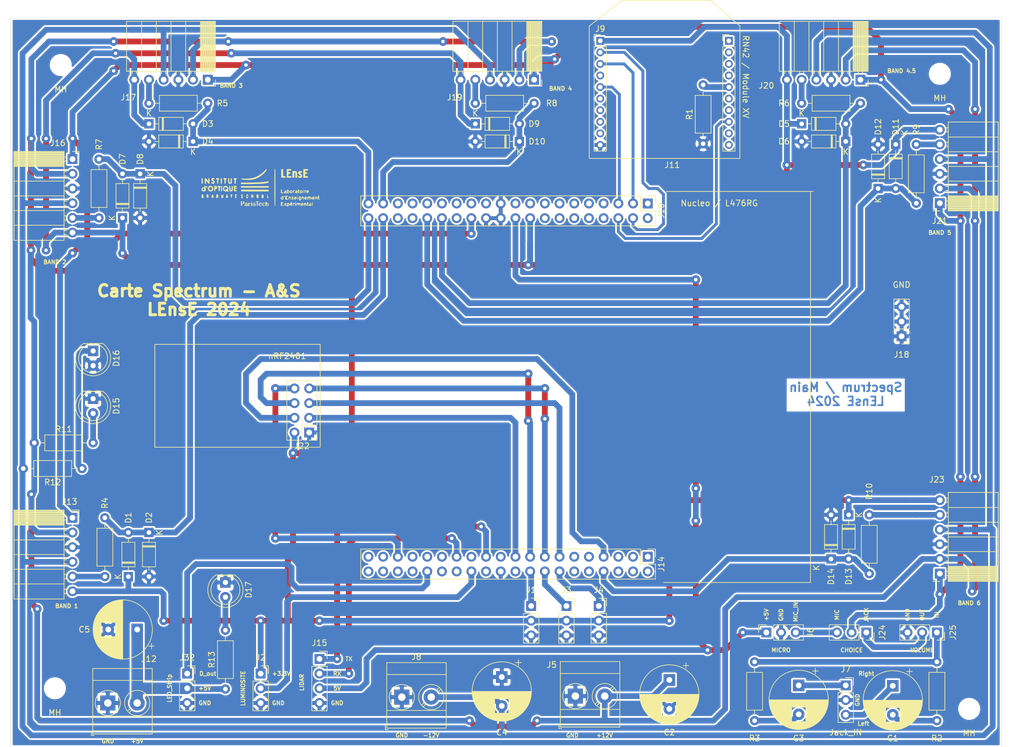
<source format=kicad_pcb>
(kicad_pcb (version 20171130) (host pcbnew "(5.0.1)-4")
  (layers (0 F.Cu signal) (31 B.Cu signal) (34 B.Paste user) (35 F.Paste user) (36 B.SilkS user) (37 F.SilkS user) (38 B.Mask user) (39 F.Mask user) (44 Edge.Cuts user))
  (net 0 "")
  (net 1 GND)
  (net 2 5V_NUC)
  (net 3 "Net-(J9-Pad9)")
  (net 4 "Net-(J9-Pad8)")
  (net 5 "Net-(J9-Pad7)")
  (net 6 "Net-(J9-Pad6)")
  (net 7 RESET_N)
  (net 8 "Net-(J9-Pad4)")
  (net 9 "Net-(J10-Pad28)")
  (net 10 GPIO2_STATUS)
  (net 11 "Net-(J10-Pad14)")
  (net 12 "Net-(J10-Pad13)")
  (net 13 "Net-(J10-Pad12)")
  (net 14 "Net-(J10-Pad11)")
  (net 15 "Net-(J10-Pad10)")
  (net 16 "Net-(J10-Pad9)")
  (net 17 "Net-(J10-Pad8)")
  (net 18 "Net-(J10-Pad7)")
  (net 19 "Net-(J10-Pad2)")
  (net 20 "Net-(J10-Pad1)")
  (net 21 "Net-(J11-Pad1)")
  (net 22 "Net-(J11-Pad2)")
  (net 23 "Net-(J11-Pad3)")
  (net 24 "Net-(J11-Pad4)")
  (net 25 "Net-(J11-Pad5)")
  (net 26 "Net-(J11-Pad6)")
  (net 27 "Net-(J11-Pad7)")
  (net 28 "Net-(J11-Pad9)")
  (net 29 "Net-(J11-Pad10)")
  (net 30 "Net-(J14-Pad1)")
  (net 31 "Net-(J14-Pad2)")
  (net 32 "Net-(J14-Pad9)")
  (net 33 "Net-(J14-Pad10)")
  (net 34 "Net-(J14-Pad24)")
  (net 35 "Net-(J14-Pad34)")
  (net 36 "Net-(J14-Pad37)")
  (net 37 "Net-(J14-Pad38)")
  (net 38 "Net-(J14-Pad39)")
  (net 39 "Net-(J14-Pad40)")
  (net 40 "Net-(J10-Pad35)")
  (net 41 "Net-(J10-Pad16)")
  (net 42 "Net-(J14-Pad12)")
  (net 43 "Net-(J14-Pad11)")
  (net 44 3.3V_NUC)
  (net 45 SCK)
  (net 46 MISO)
  (net 47 MOSI)
  (net 48 CSN_nRF)
  (net 49 IRQ_nRF)
  (net 50 CE_nRF)
  (net 51 LED_1)
  (net 52 USER_BUTTON)
  (net 53 "Net-(C1-Pad2)")
  (net 54 "Net-(C1-Pad1)")
  (net 55 +12V)
  (net 56 "Net-(C3-Pad1)")
  (net 57 "Net-(C3-Pad2)")
  (net 58 -12V)
  (net 59 NUC_B1)
  (net 60 NUC_B3)
  (net 61 NUC_B4.5)
  (net 62 NUC_B2)
  (net 63 NUC_B4)
  (net 64 NUC_B5)
  (net 65 NUC_B6)
  (net 66 MODE)
  (net 67 LUM)
  (net 68 COLORS)
  (net 69 MISC)
  (net 70 Micro_In)
  (net 71 S3_RX)
  (net 72 S3_TX)
  (net 73 "Net-(J10-Pad33)")
  (net 74 "Net-(J10-Pad31)")
  (net 75 "Net-(J10-Pad29)")
  (net 76 "Net-(J10-Pad27)")
  (net 77 "Net-(J10-Pad23)")
  (net 78 5V_POW)
  (net 79 OUT_B1)
  (net 80 Micro)
  (net 81 "Net-(J14-Pad4)")
  (net 82 "Net-(J14-Pad6)")
  (net 83 "Net-(J14-Pad20)")
  (net 84 S1_TX)
  (net 85 S1_RX)
  (net 86 "Net-(J14-Pad28)")
  (net 87 "Net-(J14-Pad29)")
  (net 88 "Net-(J14-Pad30)")
  (net 89 "Net-(J14-Pad31)")
  (net 90 "Net-(J14-Pad33)")
  (net 91 "Net-(J14-Pad36)")
  (net 92 OUT_B2)
  (net 93 OUT_B3)
  (net 94 OUT_B4)
  (net 95 OUT_B4.5)
  (net 96 OUT_B5)
  (net 97 OUT_B6)
  (net 98 Jack)
  (net 99 "Net-(J25-Pad1)")
  (net 100 "Net-(J14-Pad21)")
  (net 101 "Net-(J14-Pad25)")
  (net 102 "Net-(J10-Pad19)")
  (net 103 "Net-(J10-Pad17)")
  (net 104 "Net-(J10-Pad15)")
  (net 105 "Net-(J10-Pad36)")
  (net 106 "Net-(J10-Pad34)")
  (net 107 "Net-(J14-Pad3)")
  (net 108 "Net-(J14-Pad5)")
  (net 109 "Net-(D15-Pad2)")
  (net 110 "Net-(D16-Pad1)")
  (net 111 "Net-(D17-Pad2)")
  (module Logos:logo_lense (layer F.Cu) (at 105.156 81.28)
    (fp_text reference G*** hide)
    (fp_text value LOGO hide)
  )
  (module Resistor_THT:R_Axial_DIN0207_L6.3mm_D2.5mm_P10.16mm_Horizontal (layer F.Cu) (at 96.012 67.056 180)
    (fp_text reference R5 (at -2.54 0) (layer F.SilkS))
    (fp_text value 1.2k)
    (pad 2 thru_hole oval (at 10.16 0 180) (size 1.6 1.6) (drill 0.8) (layers *.Cu *.Mask) (net 93 OUT_B3))
    (pad 1 thru_hole circle (at 0 0 180) (size 1.6 1.6) (drill 0.8) (layers *.Cu *.Mask) (net 60 NUC_B3))
  )
  (module Connector_PinHeader_2.54mm:PinHeader_2x20_P2.54mm_Vertical (layer F.Cu) (at 172.037999 84.375001 270)
    (fp_text reference J10 (at 1.27 -2.33 90) (layer F.SilkS))
    (fp_text value Morpho_Gauche)
    (pad 40 thru_hole oval (at 2.54 48.26 270) (size 1.7 1.7) (drill 1) (layers *.Cu *.Mask) (net 62 NUC_B2))
    (pad 39 thru_hole oval (at 0 48.26 270) (size 1.7 1.7) (drill 1) (layers *.Cu *.Mask) (net 60 NUC_B3))
    (pad 38 thru_hole oval (at 2.54 45.72 270) (size 1.7 1.7) (drill 1) (layers *.Cu *.Mask) (net 59 NUC_B1))
    (pad 37 thru_hole oval (at 0 45.72 270) (size 1.7 1.7) (drill 1) (layers *.Cu *.Mask) (net 63 NUC_B4))
    (pad 36 thru_hole oval (at 2.54 43.18 270) (size 1.7 1.7) (drill 1) (layers *.Cu *.Mask) (net 105 "Net-(J10-Pad36)"))
    (pad 35 thru_hole oval (at 0 43.18 270) (size 1.7 1.7) (drill 1) (layers *.Cu *.Mask) (net 40 "Net-(J10-Pad35)"))
    (pad 34 thru_hole oval (at 2.54 40.64 270) (size 1.7 1.7) (drill 1) (layers *.Cu *.Mask) (net 106 "Net-(J10-Pad34)"))
    (pad 33 thru_hole oval (at 0 40.64 270) (size 1.7 1.7) (drill 1) (layers *.Cu *.Mask) (net 73 "Net-(J10-Pad33)"))
    (pad 32 thru_hole oval (at 2.54 38.1 270) (size 1.7 1.7) (drill 1) (layers *.Cu *.Mask) (net 64 NUC_B5))
    (pad 31 thru_hole oval (at 0 38.1 270) (size 1.7 1.7) (drill 1) (layers *.Cu *.Mask) (net 74 "Net-(J10-Pad31)"))
    (pad 30 thru_hole oval (at 2.54 35.56 270) (size 1.7 1.7) (drill 1) (layers *.Cu *.Mask) (net 61 NUC_B4.5))
    (pad 29 thru_hole oval (at 0 35.56 270) (size 1.7 1.7) (drill 1) (layers *.Cu *.Mask) (net 75 "Net-(J10-Pad29)"))
    (pad 28 thru_hole oval (at 2.54 33.02 270) (size 1.7 1.7) (drill 1) (layers *.Cu *.Mask) (net 9 "Net-(J10-Pad28)"))
    (pad 27 thru_hole oval (at 0 33.02 270) (size 1.7 1.7) (drill 1) (layers *.Cu *.Mask) (net 76 "Net-(J10-Pad27)"))
    (pad 26 thru_hole oval (at 2.54 30.48 270) (size 1.7 1.7) (drill 1) (layers *.Cu *.Mask) (net 55 +12V))
    (pad 25 thru_hole oval (at 0 30.48 270) (size 1.7 1.7) (drill 1) (layers *.Cu *.Mask) (net 52 USER_BUTTON))
    (pad 24 thru_hole oval (at 2.54 27.94 270) (size 1.7 1.7) (drill 1) (layers *.Cu *.Mask) (net 1 GND))
    (pad 23 thru_hole oval (at 0 27.94 270) (size 1.7 1.7) (drill 1) (layers *.Cu *.Mask) (net 77 "Net-(J10-Pad23)"))
    (pad 22 thru_hole oval (at 2.54 25.4 270) (size 1.7 1.7) (drill 1) (layers *.Cu *.Mask) (net 1 GND))
    (pad 21 thru_hole oval (at 0 25.4 270) (size 1.7 1.7) (drill 1) (layers *.Cu *.Mask) (net 1 GND))
    (pad 20 thru_hole oval (at 2.54 22.86 270) (size 1.7 1.7) (drill 1) (layers *.Cu *.Mask) (net 2 5V_NUC))
    (pad 19 thru_hole oval (at 0 22.86 270) (size 1.7 1.7) (drill 1) (layers *.Cu *.Mask) (net 102 "Net-(J10-Pad19)"))
    (pad 18 thru_hole oval (at 2.54 20.32 270) (size 1.7 1.7) (drill 1) (layers *.Cu *.Mask) (net 44 3.3V_NUC))
    (pad 17 thru_hole oval (at 0 20.32 270) (size 1.7 1.7) (drill 1) (layers *.Cu *.Mask) (net 103 "Net-(J10-Pad17)"))
    (pad 16 thru_hole oval (at 2.54 17.78 270) (size 1.7 1.7) (drill 1) (layers *.Cu *.Mask) (net 41 "Net-(J10-Pad16)"))
    (pad 15 thru_hole oval (at 0 17.78 270) (size 1.7 1.7) (drill 1) (layers *.Cu *.Mask) (net 104 "Net-(J10-Pad15)"))
    (pad 14 thru_hole oval (at 2.54 15.24 270) (size 1.7 1.7) (drill 1) (layers *.Cu *.Mask) (net 11 "Net-(J10-Pad14)"))
    (pad 13 thru_hole oval (at 0 15.24 270) (size 1.7 1.7) (drill 1) (layers *.Cu *.Mask) (net 12 "Net-(J10-Pad13)"))
    (pad 12 thru_hole oval (at 2.54 12.7 270) (size 1.7 1.7) (drill 1) (layers *.Cu *.Mask) (net 13 "Net-(J10-Pad12)"))
    (pad 11 thru_hole oval (at 0 12.7 270) (size 1.7 1.7) (drill 1) (layers *.Cu *.Mask) (net 14 "Net-(J10-Pad11)"))
    (pad 10 thru_hole oval (at 2.54 10.16 270) (size 1.7 1.7) (drill 1) (layers *.Cu *.Mask) (net 15 "Net-(J10-Pad10)"))
    (pad 9 thru_hole oval (at 0 10.16 270) (size 1.7 1.7) (drill 1) (layers *.Cu *.Mask) (net 16 "Net-(J10-Pad9)"))
    (pad 8 thru_hole oval (at 2.54 7.62 270) (size 1.7 1.7) (drill 1) (layers *.Cu *.Mask) (net 17 "Net-(J10-Pad8)"))
    (pad 7 thru_hole oval (at 0 7.62 270) (size 1.7 1.7) (drill 1) (layers *.Cu *.Mask) (net 18 "Net-(J10-Pad7)"))
    (pad 6 thru_hole oval (at 2.54 5.08 270) (size 1.7 1.7) (drill 1) (layers *.Cu *.Mask) (net 10 GPIO2_STATUS))
    (pad 5 thru_hole oval (at 0 5.08 270) (size 1.7 1.7) (drill 1) (layers *.Cu *.Mask) (net 7 RESET_N))
    (pad 4 thru_hole oval (at 2.54 2.54 270) (size 1.7 1.7) (drill 1) (layers *.Cu *.Mask) (net 71 S3_RX))
    (pad 3 thru_hole oval (at 0 2.54 270) (size 1.7 1.7) (drill 1) (layers *.Cu *.Mask) (net 72 S3_TX))
    (pad 2 thru_hole oval (at 2.54 0 270) (size 1.7 1.7) (drill 1) (layers *.Cu *.Mask) (net 19 "Net-(J10-Pad2)"))
    (pad 1 thru_hole rect (at 0 0 270) (size 1.7 1.7) (drill 1) (layers *.Cu *.Mask) (net 20 "Net-(J10-Pad1)"))
  )
  (module MountingHole:MountingHole_3.2mm_M3 (layer F.Cu) (at 69.596 168.148 180)
    (fp_text reference MH (at 0 -4.2) (layer F.SilkS))
    (fp_text value MountingHole_3.2mm_M3)
    (pad 1 np_thru_hole circle (at 0 0 180) (size 3.2 3.2) (drill 3.2) (layers *.Cu *.Mask))
  )
  (module TerminalBlock_Phoenix:TerminalBlock_Phoenix_MKDS-3-2-5.08_1x02_P5.08mm_Horizontal (layer F.Cu) (at 78.74 170.688)
    (fp_text reference J12 (at 7.112 -7.62) (layer F.SilkS))
    (fp_text value POW-5V)
    (pad 1 thru_hole rect (at 0 0) (size 2.6 2.6) (drill 1.3) (layers *.Cu *.Mask) (net 1 GND))
    (pad 2 thru_hole circle (at 5.08 0) (size 2.6 2.6) (drill 1.3) (layers *.Cu *.Mask) (net 78 5V_POW))
  )
  (module Connector_PinHeader_2.54mm:PinHeader_2x20_P2.54mm_Vertical (layer F.Cu) (at 172.037999 145.415 270)
    (fp_text reference J14 (at 1.27 -2.33 90) (layer F.SilkS))
    (fp_text value Morpho_Droite)
    (pad 1 thru_hole rect (at 0 0 270) (size 1.7 1.7) (drill 1) (layers *.Cu *.Mask) (net 30 "Net-(J14-Pad1)"))
    (pad 2 thru_hole oval (at 2.54 0 270) (size 1.7 1.7) (drill 1) (layers *.Cu *.Mask) (net 31 "Net-(J14-Pad2)"))
    (pad 3 thru_hole oval (at 0 2.54 270) (size 1.7 1.7) (drill 1) (layers *.Cu *.Mask) (net 107 "Net-(J14-Pad3)"))
    (pad 4 thru_hole oval (at 2.54 2.54 270) (size 1.7 1.7) (drill 1) (layers *.Cu *.Mask) (net 81 "Net-(J14-Pad4)"))
    (pad 5 thru_hole oval (at 0 5.08 270) (size 1.7 1.7) (drill 1) (layers *.Cu *.Mask) (net 108 "Net-(J14-Pad5)"))
    (pad 6 thru_hole oval (at 2.54 5.08 270) (size 1.7 1.7) (drill 1) (layers *.Cu *.Mask) (net 82 "Net-(J14-Pad6)"))
    (pad 7 thru_hole oval (at 0 7.62 270) (size 1.7 1.7) (drill 1) (layers *.Cu *.Mask) (net 48 CSN_nRF))
    (pad 8 thru_hole oval (at 2.54 7.62 270) (size 1.7 1.7) (drill 1) (layers *.Cu *.Mask) (net 65 NUC_B6))
    (pad 9 thru_hole oval (at 0 10.16 270) (size 1.7 1.7) (drill 1) (layers *.Cu *.Mask) (net 32 "Net-(J14-Pad9)"))
    (pad 10 thru_hole oval (at 2.54 10.16 270) (size 1.7 1.7) (drill 1) (layers *.Cu *.Mask) (net 33 "Net-(J14-Pad10)"))
    (pad 11 thru_hole oval (at 0 12.7 270) (size 1.7 1.7) (drill 1) (layers *.Cu *.Mask) (net 43 "Net-(J14-Pad11)"))
    (pad 12 thru_hole oval (at 2.54 12.7 270) (size 1.7 1.7) (drill 1) (layers *.Cu *.Mask) (net 42 "Net-(J14-Pad12)"))
    (pad 13 thru_hole oval (at 0 15.24 270) (size 1.7 1.7) (drill 1) (layers *.Cu *.Mask) (net 45 SCK))
    (pad 14 thru_hole oval (at 2.54 15.24 270) (size 1.7 1.7) (drill 1) (layers *.Cu *.Mask) (net 69 MISC))
    (pad 15 thru_hole oval (at 0 17.78 270) (size 1.7 1.7) (drill 1) (layers *.Cu *.Mask) (net 46 MISO))
    (pad 16 thru_hole oval (at 2.54 17.78 270) (size 1.7 1.7) (drill 1) (layers *.Cu *.Mask) (net 68 COLORS))
    (pad 17 thru_hole oval (at 0 20.32 270) (size 1.7 1.7) (drill 1) (layers *.Cu *.Mask) (net 47 MOSI))
    (pad 18 thru_hole oval (at 2.54 20.32 270) (size 1.7 1.7) (drill 1) (layers *.Cu *.Mask) (net 66 MODE))
    (pad 19 thru_hole oval (at 0 22.86 270) (size 1.7 1.7) (drill 1) (layers *.Cu *.Mask) (net 50 CE_nRF))
    (pad 20 thru_hole oval (at 2.54 22.86 270) (size 1.7 1.7) (drill 1) (layers *.Cu *.Mask) (net 83 "Net-(J14-Pad20)"))
    (pad 21 thru_hole oval (at 0 25.4 270) (size 1.7 1.7) (drill 1) (layers *.Cu *.Mask) (net 100 "Net-(J14-Pad21)"))
    (pad 22 thru_hole oval (at 2.54 25.4 270) (size 1.7 1.7) (drill 1) (layers *.Cu *.Mask) (net 1 GND))
    (pad 23 thru_hole oval (at 0 27.94 270) (size 1.7 1.7) (drill 1) (layers *.Cu *.Mask) (net 84 S1_TX))
    (pad 24 thru_hole oval (at 2.54 27.94 270) (size 1.7 1.7) (drill 1) (layers *.Cu *.Mask) (net 34 "Net-(J14-Pad24)"))
    (pad 25 thru_hole oval (at 0 30.48 270) (size 1.7 1.7) (drill 1) (layers *.Cu *.Mask) (net 101 "Net-(J14-Pad25)"))
    (pad 26 thru_hole oval (at 2.54 30.48 270) (size 1.7 1.7) (drill 1) (layers *.Cu *.Mask) (net 67 LUM))
    (pad 27 thru_hole oval (at 0 33.02 270) (size 1.7 1.7) (drill 1) (layers *.Cu *.Mask) (net 85 S1_RX))
    (pad 28 thru_hole oval (at 2.54 33.02 270) (size 1.7 1.7) (drill 1) (layers *.Cu *.Mask) (net 86 "Net-(J14-Pad28)"))
    (pad 29 thru_hole oval (at 0 35.56 270) (size 1.7 1.7) (drill 1) (layers *.Cu *.Mask) (net 87 "Net-(J14-Pad29)"))
    (pad 30 thru_hole oval (at 2.54 35.56 270) (size 1.7 1.7) (drill 1) (layers *.Cu *.Mask) (net 88 "Net-(J14-Pad30)"))
    (pad 31 thru_hole oval (at 0 38.1 270) (size 1.7 1.7) (drill 1) (layers *.Cu *.Mask) (net 89 "Net-(J14-Pad31)"))
    (pad 32 thru_hole oval (at 2.54 38.1 270) (size 1.7 1.7) (drill 1) (layers *.Cu *.Mask) (net 51 LED_1))
    (pad 33 thru_hole oval (at 0 40.64 270) (size 1.7 1.7) (drill 1) (layers *.Cu *.Mask) (net 90 "Net-(J14-Pad33)"))
    (pad 34 thru_hole oval (at 2.54 40.64 270) (size 1.7 1.7) (drill 1) (layers *.Cu *.Mask) (net 35 "Net-(J14-Pad34)"))
    (pad 35 thru_hole oval (at 0 43.18 270) (size 1.7 1.7) (drill 1) (layers *.Cu *.Mask) (net 49 IRQ_nRF))
    (pad 36 thru_hole oval (at 2.54 43.18 270) (size 1.7 1.7) (drill 1) (layers *.Cu *.Mask) (net 91 "Net-(J14-Pad36)"))
    (pad 37 thru_hole oval (at 0 45.72 270) (size 1.7 1.7) (drill 1) (layers *.Cu *.Mask) (net 36 "Net-(J14-Pad37)"))
    (pad 38 thru_hole oval (at 2.54 45.72 270) (size 1.7 1.7) (drill 1) (layers *.Cu *.Mask) (net 37 "Net-(J14-Pad38)"))
    (pad 39 thru_hole oval (at 0 48.26 270) (size 1.7 1.7) (drill 1) (layers *.Cu *.Mask) (net 38 "Net-(J14-Pad39)"))
    (pad 40 thru_hole oval (at 2.54 48.26 270) (size 1.7 1.7) (drill 1) (layers *.Cu *.Mask) (net 39 "Net-(J14-Pad40)"))
  )
  (module MountingHole:MountingHole_3.2mm_M3 (layer F.Cu) (at 222.504 61.976 180)
    (fp_text reference MH (at 0 -4.2) (layer F.SilkS))
    (fp_text value MountingHole_3.2mm_M3)
    (pad 1 np_thru_hole circle (at 0 0 180) (size 3.2 3.2) (drill 3.2) (layers *.Cu *.Mask))
  )
  (module MountingHole:MountingHole_3.2mm_M3 (layer F.Cu) (at 70.612 60.452 180)
    (fp_text reference MH (at 0 -4.2) (layer F.SilkS))
    (fp_text value MountingHole_3.2mm_M3)
    (pad 1 np_thru_hole circle (at 0 0 180) (size 3.2 3.2) (drill 3.2) (layers *.Cu *.Mask))
  )
  (module MountingHole:MountingHole_3.2mm_M3 (layer F.Cu) (at 227.584 171.704 180)
    (fp_text reference MH (at 0 -4.2) (layer F.SilkS))
    (fp_text value MountingHole_3.2mm_M3)
    (pad 1 np_thru_hole circle (at 0 0 180) (size 3.2 3.2) (drill 3.2) (layers *.Cu *.Mask))
  )
  (module Connector_PinHeader_2.54mm:PinHeader_2x04_P2.54mm_Vertical (layer F.Cu) (at 113.538 123.952 180)
    (fp_text reference J22 (at 1.27 -2.33) (layer F.SilkS))
    (fp_text value nRF24L01)
    (pad 1 thru_hole rect (at 0 0 180) (size 1.7 1.7) (drill 1) (layers *.Cu *.Mask) (net 1 GND))
    (pad 2 thru_hole oval (at 2.54 0 180) (size 1.7 1.7) (drill 1) (layers *.Cu *.Mask) (net 44 3.3V_NUC))
    (pad 3 thru_hole oval (at 0 2.54 180) (size 1.7 1.7) (drill 1) (layers *.Cu *.Mask) (net 50 CE_nRF))
    (pad 4 thru_hole oval (at 2.54 2.54 180) (size 1.7 1.7) (drill 1) (layers *.Cu *.Mask) (net 48 CSN_nRF))
    (pad 5 thru_hole oval (at 0 5.08 180) (size 1.7 1.7) (drill 1) (layers *.Cu *.Mask) (net 45 SCK))
    (pad 6 thru_hole oval (at 2.54 5.08 180) (size 1.7 1.7) (drill 1) (layers *.Cu *.Mask) (net 47 MOSI))
    (pad 7 thru_hole oval (at 0 7.62 180) (size 1.7 1.7) (drill 1) (layers *.Cu *.Mask) (net 46 MISO))
    (pad 8 thru_hole oval (at 2.54 7.62 180) (size 1.7 1.7) (drill 1) (layers *.Cu *.Mask) (net 49 IRQ_nRF))
  )
  (module Connector_PinHeader_2.00mm:PinHeader_1x10_P2.00mm_Vertical (layer F.Cu) (at 163.83 56.261)
    (fp_text reference J9 (at 0 -2.06) (layer F.SilkS))
    (fp_text value RN42X-GAUCHE)
    (pad 1 thru_hole rect (at 0 0) (size 1.35 1.35) (drill 0.8) (layers *.Cu *.Mask) (net 44 3.3V_NUC))
    (pad 2 thru_hole oval (at 0 2) (size 1.35 1.35) (drill 0.8) (layers *.Cu *.Mask) (net 71 S3_RX))
    (pad 3 thru_hole oval (at 0 4) (size 1.35 1.35) (drill 0.8) (layers *.Cu *.Mask) (net 72 S3_TX))
    (pad 4 thru_hole oval (at 0 6) (size 1.35 1.35) (drill 0.8) (layers *.Cu *.Mask) (net 8 "Net-(J9-Pad4)"))
    (pad 5 thru_hole oval (at 0 8) (size 1.35 1.35) (drill 0.8) (layers *.Cu *.Mask) (net 7 RESET_N))
    (pad 6 thru_hole oval (at 0 10) (size 1.35 1.35) (drill 0.8) (layers *.Cu *.Mask) (net 6 "Net-(J9-Pad6)"))
    (pad 7 thru_hole oval (at 0 12) (size 1.35 1.35) (drill 0.8) (layers *.Cu *.Mask) (net 5 "Net-(J9-Pad7)"))
    (pad 8 thru_hole oval (at 0 14) (size 1.35 1.35) (drill 0.8) (layers *.Cu *.Mask) (net 4 "Net-(J9-Pad8)"))
    (pad 9 thru_hole oval (at 0 16) (size 1.35 1.35) (drill 0.8) (layers *.Cu *.Mask) (net 3 "Net-(J9-Pad9)"))
    (pad 10 thru_hole oval (at 0 18) (size 1.35 1.35) (drill 0.8) (layers *.Cu *.Mask) (net 1 GND))
  )
  (module Connector_PinHeader_2.00mm:PinHeader_1x10_P2.00mm_Vertical (layer F.Cu) (at 186.055 56.261)
    (fp_text reference J11 (at -9.779 21.463) (layer F.SilkS))
    (fp_text value RN42X-DROITE)
    (pad 10 thru_hole oval (at 0 18) (size 1.35 1.35) (drill 0.8) (layers *.Cu *.Mask) (net 29 "Net-(J11-Pad10)"))
    (pad 9 thru_hole oval (at 0 16) (size 1.35 1.35) (drill 0.8) (layers *.Cu *.Mask) (net 28 "Net-(J11-Pad9)"))
    (pad 8 thru_hole oval (at 0 14) (size 1.35 1.35) (drill 0.8) (layers *.Cu *.Mask) (net 10 GPIO2_STATUS))
    (pad 7 thru_hole oval (at 0 12) (size 1.35 1.35) (drill 0.8) (layers *.Cu *.Mask) (net 27 "Net-(J11-Pad7)"))
    (pad 6 thru_hole oval (at 0 10) (size 1.35 1.35) (drill 0.8) (layers *.Cu *.Mask) (net 26 "Net-(J11-Pad6)"))
    (pad 5 thru_hole oval (at 0 8) (size 1.35 1.35) (drill 0.8) (layers *.Cu *.Mask) (net 25 "Net-(J11-Pad5)"))
    (pad 4 thru_hole oval (at 0 6) (size 1.35 1.35) (drill 0.8) (layers *.Cu *.Mask) (net 24 "Net-(J11-Pad4)"))
    (pad 3 thru_hole oval (at 0 4) (size 1.35 1.35) (drill 0.8) (layers *.Cu *.Mask) (net 23 "Net-(J11-Pad3)"))
    (pad 2 thru_hole oval (at 0 2) (size 1.35 1.35) (drill 0.8) (layers *.Cu *.Mask) (net 22 "Net-(J11-Pad2)"))
    (pad 1 thru_hole rect (at 0 0) (size 1.35 1.35) (drill 0.8) (layers *.Cu *.Mask) (net 21 "Net-(J11-Pad1)"))
  )
  (module Resistor_THT:R_Axial_DIN0207_L6.3mm_D2.5mm_P10.16mm_Horizontal (layer F.Cu) (at 181.61 74.041 90)
    (fp_text reference R1 (at 5.08 -2.37 270) (layer F.SilkS))
    (fp_text value 1k)
    (pad 1 thru_hole circle (at 0 0 90) (size 1.6 1.6) (drill 0.8) (layers *.Cu *.Mask) (net 1 GND))
    (pad 2 thru_hole oval (at 10.16 0 90) (size 1.6 1.6) (drill 0.8) (layers *.Cu *.Mask) (net 25 "Net-(J11-Pad5)"))
  )
  (module Capacitor_THT:CP_Radial_D10.0mm_P5.00mm (layer F.Cu) (at 214.376 167.72 270)
    (fp_text reference C1 (at 9.064 0 180) (layer F.SilkS))
    (fp_text value 10u)
    (pad 2 thru_hole circle (at 5 0 270) (size 2 2) (drill 1) (layers *.Cu *.Mask) (net 53 "Net-(C1-Pad2)"))
    (pad 1 thru_hole rect (at 0 0 270) (size 2 2) (drill 1) (layers *.Cu *.Mask) (net 54 "Net-(C1-Pad1)"))
  )
  (module Capacitor_THT:CP_Radial_D10.0mm_P5.00mm (layer F.Cu) (at 198.12 167.64 270)
    (fp_text reference C3 (at 9.144 0 180) (layer F.SilkS))
    (fp_text value 10u)
    (pad 1 thru_hole rect (at 0 0 270) (size 2 2) (drill 1) (layers *.Cu *.Mask) (net 56 "Net-(C3-Pad1)"))
    (pad 2 thru_hole circle (at 5 0 270) (size 2 2) (drill 1) (layers *.Cu *.Mask) (net 57 "Net-(C3-Pad2)"))
  )
  (module Capacitor_THT:CP_Radial_D10.0mm_P5.00mm (layer F.Cu) (at 146.812 166.196 270)
    (fp_text reference C4 (at 9.572 0 180) (layer F.SilkS))
    (fp_text value 10uF)
    (pad 1 thru_hole rect (at 0 0 270) (size 2 2) (drill 1) (layers *.Cu *.Mask) (net 1 GND))
    (pad 2 thru_hole circle (at 5 0 270) (size 2 2) (drill 1) (layers *.Cu *.Mask) (net 58 -12V))
  )
  (module Diode_THT:D_DO-35_SOD27_P7.62mm_Horizontal (layer F.Cu) (at 82.296 148.844 90)
    (fp_text reference D1 (at 10.16 0 90) (layer F.SilkS))
    (fp_text value 1N4148)
    (fp_text user K (at 0 -1.8 90) (layer F.SilkS))
    (pad 2 thru_hole oval (at 7.62 0 90) (size 1.6 1.6) (drill 0.8) (layers *.Cu *.Mask) (net 59 NUC_B1))
    (pad 1 thru_hole rect (at 0 0 90) (size 1.6 1.6) (drill 0.8) (layers *.Cu *.Mask) (net 44 3.3V_NUC))
  )
  (module Diode_THT:D_DO-35_SOD27_P7.62mm_Horizontal (layer F.Cu) (at 85.852 141.224 270)
    (fp_text reference D2 (at -2.54 0 90) (layer F.SilkS))
    (fp_text value 1N4148)
    (fp_text user K (at 0 -1.8 90) (layer F.SilkS))
    (pad 1 thru_hole rect (at 0 0 270) (size 1.6 1.6) (drill 0.8) (layers *.Cu *.Mask) (net 59 NUC_B1))
    (pad 2 thru_hole oval (at 7.62 0 270) (size 1.6 1.6) (drill 0.8) (layers *.Cu *.Mask) (net 1 GND))
  )
  (module Diode_THT:D_DO-35_SOD27_P7.62mm_Horizontal (layer F.Cu) (at 85.852 70.612)
    (fp_text reference D3 (at 10.16 0) (layer F.SilkS))
    (fp_text value 1N4148)
    (fp_text user K (at 0 -1.8) (layer F.SilkS))
    (pad 2 thru_hole oval (at 7.62 0) (size 1.6 1.6) (drill 0.8) (layers *.Cu *.Mask) (net 60 NUC_B3))
    (pad 1 thru_hole rect (at 0 0) (size 1.6 1.6) (drill 0.8) (layers *.Cu *.Mask) (net 44 3.3V_NUC))
  )
  (module Diode_THT:D_DO-35_SOD27_P7.62mm_Horizontal (layer F.Cu) (at 93.472 73.66 180)
    (fp_text reference D4 (at -2.54 0) (layer F.SilkS))
    (fp_text value 1N4148)
    (fp_text user K (at 0 -1.8) (layer F.SilkS))
    (pad 1 thru_hole rect (at 0 0 180) (size 1.6 1.6) (drill 0.8) (layers *.Cu *.Mask) (net 60 NUC_B3))
    (pad 2 thru_hole oval (at 7.62 0 180) (size 1.6 1.6) (drill 0.8) (layers *.Cu *.Mask) (net 1 GND))
  )
  (module Diode_THT:D_DO-35_SOD27_P7.62mm_Horizontal (layer F.Cu) (at 198.628 70.612)
    (fp_text reference D5 (at -3.048 0) (layer F.SilkS))
    (fp_text value 1N4148)
    (fp_text user K (at 0 -1.8) (layer F.SilkS))
    (pad 2 thru_hole oval (at 7.62 0) (size 1.6 1.6) (drill 0.8) (layers *.Cu *.Mask) (net 61 NUC_B4.5))
    (pad 1 thru_hole rect (at 0 0) (size 1.6 1.6) (drill 0.8) (layers *.Cu *.Mask) (net 44 3.3V_NUC))
  )
  (module Diode_THT:D_DO-35_SOD27_P7.62mm_Horizontal (layer F.Cu) (at 206.248 73.66 180)
    (fp_text reference D6 (at 10.668 0) (layer F.SilkS))
    (fp_text value 1N4148)
    (fp_text user K (at 0 -1.8) (layer F.SilkS))
    (pad 1 thru_hole rect (at 0 0 180) (size 1.6 1.6) (drill 0.8) (layers *.Cu *.Mask) (net 61 NUC_B4.5))
    (pad 2 thru_hole oval (at 7.62 0 180) (size 1.6 1.6) (drill 0.8) (layers *.Cu *.Mask) (net 1 GND))
  )
  (module Diode_THT:D_DO-35_SOD27_P7.62mm_Horizontal (layer F.Cu) (at 81.28 86.868 90)
    (fp_text reference D7 (at 10.16 0 90) (layer F.SilkS))
    (fp_text value 1N4148)
    (fp_text user K (at 0 -1.8 90) (layer F.SilkS))
    (pad 1 thru_hole rect (at 0 0 90) (size 1.6 1.6) (drill 0.8) (layers *.Cu *.Mask) (net 44 3.3V_NUC))
    (pad 2 thru_hole oval (at 7.62 0 90) (size 1.6 1.6) (drill 0.8) (layers *.Cu *.Mask) (net 62 NUC_B2))
  )
  (module Diode_THT:D_DO-35_SOD27_P7.62mm_Horizontal (layer F.Cu) (at 84.328 79.248 270)
    (fp_text reference D8 (at -2.54 0 90) (layer F.SilkS))
    (fp_text value 1N4148)
    (fp_text user K (at 0 -1.8 90) (layer F.SilkS))
    (pad 2 thru_hole oval (at 7.62 0 270) (size 1.6 1.6) (drill 0.8) (layers *.Cu *.Mask) (net 1 GND))
    (pad 1 thru_hole rect (at 0 0 270) (size 1.6 1.6) (drill 0.8) (layers *.Cu *.Mask) (net 62 NUC_B2))
  )
  (module Diode_THT:D_DO-35_SOD27_P7.62mm_Horizontal (layer F.Cu) (at 142.24 70.612)
    (fp_text reference D9 (at 10.16 0) (layer F.SilkS))
    (fp_text value 1N4148)
    (fp_text user K (at 0 -1.8) (layer F.SilkS))
    (pad 1 thru_hole rect (at 0 0) (size 1.6 1.6) (drill 0.8) (layers *.Cu *.Mask) (net 44 3.3V_NUC))
    (pad 2 thru_hole oval (at 7.62 0) (size 1.6 1.6) (drill 0.8) (layers *.Cu *.Mask) (net 63 NUC_B4))
  )
  (module Diode_THT:D_DO-35_SOD27_P7.62mm_Horizontal (layer F.Cu) (at 149.86 73.66 180)
    (fp_text reference D10 (at -3.048 0) (layer F.SilkS))
    (fp_text value 1N4148)
    (fp_text user K (at 0 -1.8) (layer F.SilkS))
    (pad 2 thru_hole oval (at 7.62 0 180) (size 1.6 1.6) (drill 0.8) (layers *.Cu *.Mask) (net 1 GND))
    (pad 1 thru_hole rect (at 0 0 180) (size 1.6 1.6) (drill 0.8) (layers *.Cu *.Mask) (net 63 NUC_B4))
  )
  (module Diode_THT:D_DO-35_SOD27_P7.62mm_Horizontal (layer F.Cu) (at 214.884 74.168 270)
    (fp_text reference D11 (at -3.048 0 90) (layer F.SilkS))
    (fp_text value 1N4148)
    (fp_text user K (at -2.032 -1.524 90) (layer F.SilkS))
    (pad 2 thru_hole oval (at 7.62 0 270) (size 1.6 1.6) (drill 0.8) (layers *.Cu *.Mask) (net 64 NUC_B5))
    (pad 1 thru_hole rect (at 0 0 270) (size 1.6 1.6) (drill 0.8) (layers *.Cu *.Mask) (net 44 3.3V_NUC))
  )
  (module Diode_THT:D_DO-35_SOD27_P7.62mm_Horizontal (layer F.Cu) (at 211.836 81.788 90)
    (fp_text reference D12 (at 10.668 0 90) (layer F.SilkS))
    (fp_text value 1N4148)
    (fp_text user K (at -2.032 0 90) (layer F.SilkS))
    (pad 2 thru_hole oval (at 7.62 0 90) (size 1.6 1.6) (drill 0.8) (layers *.Cu *.Mask) (net 1 GND))
    (pad 1 thru_hole rect (at 0 0 90) (size 1.6 1.6) (drill 0.8) (layers *.Cu *.Mask) (net 64 NUC_B5))
  )
  (module Diode_THT:D_DO-35_SOD27_P7.62mm_Horizontal (layer F.Cu) (at 206.756 138.176 270)
    (fp_text reference D13 (at 10.668 0 90) (layer F.SilkS))
    (fp_text value 1N4148)
    (fp_text user K (at 0 -1.8 90) (layer F.SilkS))
    (pad 1 thru_hole rect (at 0 0 270) (size 1.6 1.6) (drill 0.8) (layers *.Cu *.Mask) (net 44 3.3V_NUC))
    (pad 2 thru_hole oval (at 7.62 0 270) (size 1.6 1.6) (drill 0.8) (layers *.Cu *.Mask) (net 65 NUC_B6))
  )
  (module Diode_THT:D_DO-35_SOD27_P7.62mm_Horizontal (layer F.Cu) (at 203.708 145.796 90)
    (fp_text reference D14 (at -3.048 0 90) (layer F.SilkS))
    (fp_text value 1N4148)
    (fp_text user K (at -1.524 -2.54 90) (layer F.SilkS))
    (pad 1 thru_hole rect (at 0 0 90) (size 1.6 1.6) (drill 0.8) (layers *.Cu *.Mask) (net 65 NUC_B6))
    (pad 2 thru_hole oval (at 7.62 0 90) (size 1.6 1.6) (drill 0.8) (layers *.Cu *.Mask) (net 1 GND))
  )
  (module Connector_PinSocket_2.54mm:PinSocket_1x03_P2.54mm_Vertical (layer F.Cu) (at 105.156 165.608)
    (fp_text reference J2 (at 0 -2.77) (layer F.SilkS))
    (fp_text value POT_LUM)
    (pad 1 thru_hole rect (at 0 0) (size 1.7 1.7) (drill 1) (layers *.Cu *.Mask) (net 44 3.3V_NUC))
    (pad 2 thru_hole oval (at 0 2.54) (size 1.7 1.7) (drill 1) (layers *.Cu *.Mask) (net 67 LUM))
    (pad 3 thru_hole oval (at 0 5.08) (size 1.7 1.7) (drill 1) (layers *.Cu *.Mask) (net 1 GND))
  )
  (module Connector_PinSocket_2.54mm:PinSocket_1x03_P2.54mm_Vertical (layer F.Cu) (at 192.532 158.496 90)
    (fp_text reference J6 (at 0 7.62 90) (layer F.SilkS))
    (fp_text value Micro)
    (pad 1 thru_hole rect (at 0 0 90) (size 1.7 1.7) (drill 1) (layers *.Cu *.Mask) (net 2 5V_NUC))
    (pad 2 thru_hole oval (at 0 2.54 90) (size 1.7 1.7) (drill 1) (layers *.Cu *.Mask) (net 1 GND))
    (pad 3 thru_hole oval (at 0 5.08 90) (size 1.7 1.7) (drill 1) (layers *.Cu *.Mask) (net 70 Micro_In))
  )
  (module Connector_PinSocket_2.54mm:PinSocket_1x03_P2.54mm_Vertical (layer F.Cu) (at 206.248 167.64)
    (fp_text reference J7 (at 0 -2.77) (layer F.SilkS))
    (fp_text value Jack)
    (pad 3 thru_hole oval (at 0 5.08) (size 1.7 1.7) (drill 1) (layers *.Cu *.Mask) (net 54 "Net-(C1-Pad1)"))
    (pad 2 thru_hole oval (at 0 2.54) (size 1.7 1.7) (drill 1) (layers *.Cu *.Mask) (net 1 GND))
    (pad 1 thru_hole rect (at 0 0) (size 1.7 1.7) (drill 1) (layers *.Cu *.Mask) (net 56 "Net-(C3-Pad1)"))
  )
  (module TerminalBlock_Phoenix:TerminalBlock_Phoenix_MKDS-3-2-5.08_1x02_P5.08mm_Horizontal (layer F.Cu) (at 129.54 169.672)
    (fp_text reference J8 (at 2.54 -6.96) (layer F.SilkS))
    (fp_text value POW-12V)
    (pad 2 thru_hole circle (at 5.08 0) (size 2.6 2.6) (drill 1.3) (layers *.Cu *.Mask) (net 58 -12V))
    (pad 1 thru_hole rect (at 0 0) (size 2.6 2.6) (drill 1.3) (layers *.Cu *.Mask) (net 1 GND))
  )
  (module Connector_PinSocket_2.54mm:PinSocket_1x06_P2.54mm_Horizontal (layer F.Cu) (at 72.644 138.684)
    (fp_text reference J13 (at -0.508 -2.77) (layer F.SilkS))
    (fp_text value Bande1)
    (pad 1 thru_hole rect (at 0 0) (size 1.7 1.7) (drill 1) (layers *.Cu *.Mask) (net 80 Micro))
    (pad 2 thru_hole oval (at 0 2.54) (size 1.7 1.7) (drill 1) (layers *.Cu *.Mask) (net 55 +12V))
    (pad 3 thru_hole oval (at 0 5.08) (size 1.7 1.7) (drill 1) (layers *.Cu *.Mask) (net 1 GND))
    (pad 4 thru_hole oval (at 0 7.62) (size 1.7 1.7) (drill 1) (layers *.Cu *.Mask) (net 58 -12V))
    (pad 5 thru_hole oval (at 0 10.16) (size 1.7 1.7) (drill 1) (layers *.Cu *.Mask) (net 79 OUT_B1))
    (pad 6 thru_hole oval (at 0 12.7) (size 1.7 1.7) (drill 1) (layers *.Cu *.Mask) (net 44 3.3V_NUC))
  )
  (module Connector_PinSocket_2.54mm:PinSocket_1x04_P2.54mm_Vertical (layer F.Cu) (at 115.316 163.068)
    (fp_text reference J15 (at 0 -2.77) (layer F.SilkS))
    (fp_text value Lidar)
    (pad 1 thru_hole rect (at 0 0) (size 1.7 1.7) (drill 1) (layers *.Cu *.Mask) (net 84 S1_TX))
    (pad 2 thru_hole oval (at 0 2.54) (size 1.7 1.7) (drill 1) (layers *.Cu *.Mask) (net 85 S1_RX))
    (pad 3 thru_hole oval (at 0 5.08) (size 1.7 1.7) (drill 1) (layers *.Cu *.Mask) (net 2 5V_NUC))
    (pad 4 thru_hole oval (at 0 7.62) (size 1.7 1.7) (drill 1) (layers *.Cu *.Mask) (net 1 GND))
  )
  (module Connector_PinSocket_2.54mm:PinSocket_1x06_P2.54mm_Horizontal (layer F.Cu) (at 72.644 76.708)
    (fp_text reference J16 (at -2.54 -2.77) (layer F.SilkS))
    (fp_text value Bande2)
    (pad 6 thru_hole oval (at 0 12.7) (size 1.7 1.7) (drill 1) (layers *.Cu *.Mask) (net 44 3.3V_NUC))
    (pad 5 thru_hole oval (at 0 10.16) (size 1.7 1.7) (drill 1) (layers *.Cu *.Mask) (net 92 OUT_B2))
    (pad 4 thru_hole oval (at 0 7.62) (size 1.7 1.7) (drill 1) (layers *.Cu *.Mask) (net 58 -12V))
    (pad 3 thru_hole oval (at 0 5.08) (size 1.7 1.7) (drill 1) (layers *.Cu *.Mask) (net 1 GND))
    (pad 2 thru_hole oval (at 0 2.54) (size 1.7 1.7) (drill 1) (layers *.Cu *.Mask) (net 55 +12V))
    (pad 1 thru_hole rect (at 0 0) (size 1.7 1.7) (drill 1) (layers *.Cu *.Mask) (net 80 Micro))
  )
  (module Connector_PinSocket_2.54mm:PinSocket_1x06_P2.54mm_Horizontal (layer F.Cu) (at 96.012 62.992 270)
    (fp_text reference J17 (at 3.048 13.716 180) (layer F.SilkS))
    (fp_text value Bande3)
    (pad 1 thru_hole rect (at 0 0 270) (size 1.7 1.7) (drill 1) (layers *.Cu *.Mask) (net 80 Micro))
    (pad 2 thru_hole oval (at 0 2.54 270) (size 1.7 1.7) (drill 1) (layers *.Cu *.Mask) (net 55 +12V))
    (pad 3 thru_hole oval (at 0 5.08 270) (size 1.7 1.7) (drill 1) (layers *.Cu *.Mask) (net 1 GND))
    (pad 4 thru_hole oval (at 0 7.62 270) (size 1.7 1.7) (drill 1) (layers *.Cu *.Mask) (net 58 -12V))
    (pad 5 thru_hole oval (at 0 10.16 270) (size 1.7 1.7) (drill 1) (layers *.Cu *.Mask) (net 93 OUT_B3))
    (pad 6 thru_hole oval (at 0 12.7 270) (size 1.7 1.7) (drill 1) (layers *.Cu *.Mask) (net 44 3.3V_NUC))
  )
  (module Connector_PinSocket_2.54mm:PinSocket_1x06_P2.54mm_Horizontal (layer F.Cu) (at 152.4 62.992 270)
    (fp_text reference J19 (at 3.048 13.716 180) (layer F.SilkS))
    (fp_text value Bande4)
    (pad 6 thru_hole oval (at 0 12.7 270) (size 1.7 1.7) (drill 1) (layers *.Cu *.Mask) (net 44 3.3V_NUC))
    (pad 5 thru_hole oval (at 0 10.16 270) (size 1.7 1.7) (drill 1) (layers *.Cu *.Mask) (net 94 OUT_B4))
    (pad 4 thru_hole oval (at 0 7.62 270) (size 1.7 1.7) (drill 1) (layers *.Cu *.Mask) (net 58 -12V))
    (pad 3 thru_hole oval (at 0 5.08 270) (size 1.7 1.7) (drill 1) (layers *.Cu *.Mask) (net 1 GND))
    (pad 2 thru_hole oval (at 0 2.54 270) (size 1.7 1.7) (drill 1) (layers *.Cu *.Mask) (net 55 +12V))
    (pad 1 thru_hole rect (at 0 0 270) (size 1.7 1.7) (drill 1) (layers *.Cu *.Mask) (net 80 Micro))
  )
  (module Connector_PinSocket_2.54mm:PinSocket_1x06_P2.54mm_Horizontal (layer F.Cu) (at 208.788 62.992 270)
    (fp_text reference J20 (at 1.016 16.256 180) (layer F.SilkS))
    (fp_text value Bande4.5)
    (pad 1 thru_hole rect (at 0 0 270) (size 1.7 1.7) (drill 1) (layers *.Cu *.Mask) (net 80 Micro))
    (pad 2 thru_hole oval (at 0 2.54 270) (size 1.7 1.7) (drill 1) (layers *.Cu *.Mask) (net 55 +12V))
    (pad 3 thru_hole oval (at 0 5.08 270) (size 1.7 1.7) (drill 1) (layers *.Cu *.Mask) (net 1 GND))
    (pad 4 thru_hole oval (at 0 7.62 270) (size 1.7 1.7) (drill 1) (layers *.Cu *.Mask) (net 58 -12V))
    (pad 5 thru_hole oval (at 0 10.16 270) (size 1.7 1.7) (drill 1) (layers *.Cu *.Mask) (net 95 OUT_B4.5))
    (pad 6 thru_hole oval (at 0 12.7 270) (size 1.7 1.7) (drill 1) (layers *.Cu *.Mask) (net 44 3.3V_NUC))
  )
  (module Connector_PinSocket_2.54mm:PinSocket_1x06_P2.54mm_Horizontal (layer F.Cu) (at 222.504 84.328 180)
    (fp_text reference J21 (at 0 -3.048) (layer F.SilkS))
    (fp_text value Bande5)
    (pad 1 thru_hole rect (at 0 0 180) (size 1.7 1.7) (drill 1) (layers *.Cu *.Mask) (net 80 Micro))
    (pad 2 thru_hole oval (at 0 2.54 180) (size 1.7 1.7) (drill 1) (layers *.Cu *.Mask) (net 55 +12V))
    (pad 3 thru_hole oval (at 0 5.08 180) (size 1.7 1.7) (drill 1) (layers *.Cu *.Mask) (net 1 GND))
    (pad 4 thru_hole oval (at 0 7.62 180) (size 1.7 1.7) (drill 1) (layers *.Cu *.Mask) (net 58 -12V))
    (pad 5 thru_hole oval (at 0 10.16 180) (size 1.7 1.7) (drill 1) (layers *.Cu *.Mask) (net 96 OUT_B5))
    (pad 6 thru_hole oval (at 0 12.7 180) (size 1.7 1.7) (drill 1) (layers *.Cu *.Mask) (net 44 3.3V_NUC))
  )
  (module Connector_PinSocket_2.54mm:PinSocket_1x06_P2.54mm_Horizontal (layer F.Cu) (at 222.504 148.336 180)
    (fp_text reference J23 (at 0.508 16.256) (layer F.SilkS))
    (fp_text value Bande6)
    (pad 6 thru_hole oval (at 0 12.7 180) (size 1.7 1.7) (drill 1) (layers *.Cu *.Mask) (net 44 3.3V_NUC))
    (pad 5 thru_hole oval (at 0 10.16 180) (size 1.7 1.7) (drill 1) (layers *.Cu *.Mask) (net 97 OUT_B6))
    (pad 4 thru_hole oval (at 0 7.62 180) (size 1.7 1.7) (drill 1) (layers *.Cu *.Mask) (net 58 -12V))
    (pad 3 thru_hole oval (at 0 5.08 180) (size 1.7 1.7) (drill 1) (layers *.Cu *.Mask) (net 1 GND))
    (pad 2 thru_hole oval (at 0 2.54 180) (size 1.7 1.7) (drill 1) (layers *.Cu *.Mask) (net 55 +12V))
    (pad 1 thru_hole rect (at 0 0 180) (size 1.7 1.7) (drill 1) (layers *.Cu *.Mask) (net 80 Micro))
  )
  (module Connector_PinSocket_2.54mm:PinSocket_1x03_P2.54mm_Vertical (layer F.Cu) (at 209.804 158.496 270)
    (fp_text reference J24 (at 0 -2.77 90) (layer F.SilkS))
    (fp_text value Jack_Micro)
    (pad 1 thru_hole rect (at 0 0 270) (size 1.7 1.7) (drill 1) (layers *.Cu *.Mask) (net 98 Jack))
    (pad 2 thru_hole oval (at 0 2.54 270) (size 1.7 1.7) (drill 1) (layers *.Cu *.Mask) (net 80 Micro))
    (pad 3 thru_hole oval (at 0 5.08 270) (size 1.7 1.7) (drill 1) (layers *.Cu *.Mask) (net 70 Micro_In))
  )
  (module Connector_PinSocket_2.54mm:PinSocket_1x03_P2.54mm_Vertical (layer F.Cu) (at 221.996 158.496 270)
    (fp_text reference J25 (at 0 -2.77 90) (layer F.SilkS))
    (fp_text value POT_AUDIO_10k)
    (pad 3 thru_hole oval (at 0 5.08 270) (size 1.7 1.7) (drill 1) (layers *.Cu *.Mask) (net 1 GND))
    (pad 2 thru_hole oval (at 0 2.54 270) (size 1.7 1.7) (drill 1) (layers *.Cu *.Mask) (net 98 Jack))
    (pad 1 thru_hole rect (at 0 0 270) (size 1.7 1.7) (drill 1) (layers *.Cu *.Mask) (net 99 "Net-(J25-Pad1)"))
  )
  (module Resistor_THT:R_Axial_DIN0207_L6.3mm_D2.5mm_P10.16mm_Horizontal (layer F.Cu) (at 221.996 163.576 270)
    (fp_text reference R2 (at 13.208 0 180) (layer F.SilkS))
    (fp_text value 47k)
    (pad 1 thru_hole circle (at 0 0 270) (size 1.6 1.6) (drill 0.8) (layers *.Cu *.Mask) (net 99 "Net-(J25-Pad1)"))
    (pad 2 thru_hole oval (at 10.16 0 270) (size 1.6 1.6) (drill 0.8) (layers *.Cu *.Mask) (net 53 "Net-(C1-Pad2)"))
  )
  (module Resistor_THT:R_Axial_DIN0207_L6.3mm_D2.5mm_P10.16mm_Horizontal (layer F.Cu) (at 190.5 163.576 270)
    (fp_text reference R3 (at 13.208 0 180) (layer F.SilkS))
    (fp_text value 47k)
    (pad 2 thru_hole oval (at 10.16 0 270) (size 1.6 1.6) (drill 0.8) (layers *.Cu *.Mask) (net 57 "Net-(C3-Pad2)"))
    (pad 1 thru_hole circle (at 0 0 270) (size 1.6 1.6) (drill 0.8) (layers *.Cu *.Mask) (net 99 "Net-(J25-Pad1)"))
  )
  (module Resistor_THT:R_Axial_DIN0207_L6.3mm_D2.5mm_P10.16mm_Horizontal (layer F.Cu) (at 78.232 138.684 270)
    (fp_text reference R4 (at -2.54 0 90) (layer F.SilkS))
    (fp_text value 1.2k)
    (pad 2 thru_hole oval (at 10.16 0 270) (size 1.6 1.6) (drill 0.8) (layers *.Cu *.Mask) (net 79 OUT_B1))
    (pad 1 thru_hole circle (at 0 0 270) (size 1.6 1.6) (drill 0.8) (layers *.Cu *.Mask) (net 59 NUC_B1))
  )
  (module Resistor_THT:R_Axial_DIN0207_L6.3mm_D2.5mm_P10.16mm_Horizontal (layer F.Cu) (at 208.788 67.056 180)
    (fp_text reference R6 (at 13.208 0) (layer F.SilkS))
    (fp_text value 1.2k)
    (pad 1 thru_hole circle (at 0 0 180) (size 1.6 1.6) (drill 0.8) (layers *.Cu *.Mask) (net 61 NUC_B4.5))
    (pad 2 thru_hole oval (at 10.16 0 180) (size 1.6 1.6) (drill 0.8) (layers *.Cu *.Mask) (net 95 OUT_B4.5))
  )
  (module Resistor_THT:R_Axial_DIN0207_L6.3mm_D2.5mm_P10.16mm_Horizontal (layer F.Cu) (at 77.216 76.708 270)
    (fp_text reference R7 (at -2.54 0 90) (layer F.SilkS))
    (fp_text value 1.2k)
    (pad 1 thru_hole circle (at 0 0 270) (size 1.6 1.6) (drill 0.8) (layers *.Cu *.Mask) (net 62 NUC_B2))
    (pad 2 thru_hole oval (at 10.16 0 270) (size 1.6 1.6) (drill 0.8) (layers *.Cu *.Mask) (net 92 OUT_B2))
  )
  (module Resistor_THT:R_Axial_DIN0207_L6.3mm_D2.5mm_P10.16mm_Horizontal (layer F.Cu) (at 152.4 67.056 180)
    (fp_text reference R8 (at -3.048 0) (layer F.SilkS))
    (fp_text value 1.2k)
    (pad 1 thru_hole circle (at 0 0 180) (size 1.6 1.6) (drill 0.8) (layers *.Cu *.Mask) (net 63 NUC_B4))
    (pad 2 thru_hole oval (at 10.16 0 180) (size 1.6 1.6) (drill 0.8) (layers *.Cu *.Mask) (net 94 OUT_B4))
  )
  (module Resistor_THT:R_Axial_DIN0207_L6.3mm_D2.5mm_P10.16mm_Horizontal (layer F.Cu) (at 218.44 84.328 90)
    (fp_text reference R9 (at 12.7 0 90) (layer F.SilkS))
    (fp_text value 1.2k)
    (pad 1 thru_hole circle (at 0 0 90) (size 1.6 1.6) (drill 0.8) (layers *.Cu *.Mask) (net 64 NUC_B5))
    (pad 2 thru_hole oval (at 10.16 0 90) (size 1.6 1.6) (drill 0.8) (layers *.Cu *.Mask) (net 96 OUT_B5))
  )
  (module Resistor_THT:R_Axial_DIN0207_L6.3mm_D2.5mm_P10.16mm_Horizontal (layer F.Cu) (at 210.312 148.336 90)
    (fp_text reference R10 (at 14.224 0 90) (layer F.SilkS))
    (fp_text value 1.2k)
    (pad 2 thru_hole oval (at 10.16 0 90) (size 1.6 1.6) (drill 0.8) (layers *.Cu *.Mask) (net 97 OUT_B6))
    (pad 1 thru_hole circle (at 0 0 90) (size 1.6 1.6) (drill 0.8) (layers *.Cu *.Mask) (net 65 NUC_B6))
  )
  (module Capacitor_THT:CP_Radial_D10.0mm_P5.00mm (layer F.Cu) (at 175.768 166.704 270)
    (fp_text reference C2 (at 9.064 0 180) (layer F.SilkS))
    (fp_text value 10uF)
    (pad 1 thru_hole rect (at 0 0 270) (size 2 2) (drill 1) (layers *.Cu *.Mask) (net 55 +12V))
    (pad 2 thru_hole circle (at 5 0 270) (size 2 2) (drill 1) (layers *.Cu *.Mask) (net 1 GND))
  )
  (module Connector_PinSocket_2.54mm:PinSocket_1x03_P2.54mm_Vertical (layer F.Cu) (at 151.892 153.924)
    (fp_text reference J1 (at 0 -2.77) (layer F.SilkS))
    (fp_text value MODE)
    (pad 1 thru_hole rect (at 0 0) (size 1.7 1.7) (drill 1) (layers *.Cu *.Mask) (net 66 MODE))
    (pad 2 thru_hole oval (at 0 2.54) (size 1.7 1.7) (drill 1) (layers *.Cu *.Mask) (net 44 3.3V_NUC))
    (pad 3 thru_hole oval (at 0 5.08) (size 1.7 1.7) (drill 1) (layers *.Cu *.Mask) (net 1 GND))
  )
  (module Connector_PinSocket_2.54mm:PinSocket_1x03_P2.54mm_Vertical (layer F.Cu) (at 157.988 153.924)
    (fp_text reference J3 (at 0 -2.77) (layer F.SilkS))
    (fp_text value COLORS)
    (pad 3 thru_hole oval (at 0 5.08) (size 1.7 1.7) (drill 1) (layers *.Cu *.Mask) (net 1 GND))
    (pad 2 thru_hole oval (at 0 2.54) (size 1.7 1.7) (drill 1) (layers *.Cu *.Mask) (net 44 3.3V_NUC))
    (pad 1 thru_hole rect (at 0 0) (size 1.7 1.7) (drill 1) (layers *.Cu *.Mask) (net 68 COLORS))
  )
  (module Connector_PinSocket_2.54mm:PinSocket_1x03_P2.54mm_Vertical (layer F.Cu) (at 163.576 153.924)
    (fp_text reference J4 (at 0 -2.77) (layer F.SilkS))
    (fp_text value MISC)
    (pad 1 thru_hole rect (at 0 0) (size 1.7 1.7) (drill 1) (layers *.Cu *.Mask) (net 69 MISC))
    (pad 2 thru_hole oval (at 0 2.54) (size 1.7 1.7) (drill 1) (layers *.Cu *.Mask) (net 44 3.3V_NUC))
    (pad 3 thru_hole oval (at 0 5.08) (size 1.7 1.7) (drill 1) (layers *.Cu *.Mask) (net 1 GND))
  )
  (module TerminalBlock_Phoenix:TerminalBlock_Phoenix_MKDS-3-2-5.08_1x02_P5.08mm_Horizontal (layer F.Cu) (at 159.529001 169.493001)
    (fp_text reference J5 (at -4.081001 -5.409001) (layer F.SilkS))
    (fp_text value POW_+12V)
    (pad 1 thru_hole rect (at 0 0) (size 2.6 2.6) (drill 1.3) (layers *.Cu *.Mask) (net 1 GND))
    (pad 2 thru_hole circle (at 5.08 0) (size 2.6 2.6) (drill 1.3) (layers *.Cu *.Mask) (net 55 +12V))
  )
  (module Connector_PinHeader_2.54mm:PinHeader_1x03_P2.54mm_Vertical (layer F.Cu) (at 215.9 107.315 180)
    (fp_text reference J18 (at 0 -3.175 180) (layer F.SilkS))
    (fp_text value GND_reg)
    (pad 1 thru_hole rect (at 0 0 180) (size 1.7 1.7) (drill 1) (layers *.Cu *.Mask) (net 1 GND))
    (pad 2 thru_hole oval (at 0 2.54 180) (size 1.7 1.7) (drill 1) (layers *.Cu *.Mask) (net 1 GND))
    (pad 3 thru_hole oval (at 0 5.08 180) (size 1.7 1.7) (drill 1) (layers *.Cu *.Mask) (net 1 GND))
  )
  (module Connector_PinSocket_2.54mm:PinSocket_1x03_P2.54mm_Vertical (layer F.Cu) (at 92.456 165.608)
    (fp_text reference J32 (at 0 -2.77) (layer F.SilkS))
    (fp_text value "LED Strip 1")
    (pad 3 thru_hole oval (at 0 5.08) (size 1.7 1.7) (drill 1) (layers *.Cu *.Mask) (net 1 GND))
    (pad 2 thru_hole oval (at 0 2.54) (size 1.7 1.7) (drill 1) (layers *.Cu *.Mask) (net 78 5V_POW))
    (pad 1 thru_hole rect (at 0 0) (size 1.7 1.7) (drill 1) (layers *.Cu *.Mask) (net 51 LED_1))
  )
  (module Capacitor_THT:CP_Radial_D10.0mm_P5.00mm (layer F.Cu) (at 83.82 157.988 180)
    (fp_text reference C5 (at 9.144 0) (layer F.SilkS))
    (fp_text value 10uF)
    (pad 1 thru_hole rect (at 0 0 180) (size 2 2) (drill 1) (layers *.Cu *.Mask) (net 78 5V_POW))
    (pad 2 thru_hole circle (at 5 0 180) (size 2 2) (drill 1) (layers *.Cu *.Mask) (net 1 GND))
  )
  (module LED_THT:LED_D5.0mm_FlatTop (layer F.Cu) (at 76.2 118.11 270)
    (fp_text reference D15 (at 1.27 -4.01 270) (layer F.SilkS))
    (fp_text value LED_12V)
    (pad 2 thru_hole circle (at 2.54 0 270) (size 1.8 1.8) (drill 0.9) (layers *.Cu *.Mask) (net 109 "Net-(D15-Pad2)"))
    (pad 1 thru_hole rect (at 0 0 270) (size 1.8 1.8) (drill 0.9) (layers *.Cu *.Mask) (net 1 GND))
  )
  (module LED_THT:LED_D5.0mm_FlatTop (layer F.Cu) (at 76.2 109.855 270)
    (fp_text reference D16 (at 1.27 -4.01 270) (layer F.SilkS))
    (fp_text value LED_-12V)
    (pad 1 thru_hole rect (at 0 0 270) (size 1.8 1.8) (drill 0.9) (layers *.Cu *.Mask) (net 110 "Net-(D16-Pad1)"))
    (pad 2 thru_hole circle (at 2.54 0 270) (size 1.8 1.8) (drill 0.9) (layers *.Cu *.Mask) (net 1 GND))
  )
  (module LED_THT:LED_D5.0mm_FlatTop (layer F.Cu) (at 99.06 149.86 270)
    (fp_text reference D17 (at 1.27 -4.01 270) (layer F.SilkS))
    (fp_text value LED_5V)
    (pad 1 thru_hole rect (at 0 0 270) (size 1.8 1.8) (drill 0.9) (layers *.Cu *.Mask) (net 1 GND))
    (pad 2 thru_hole circle (at 2.54 0 270) (size 1.8 1.8) (drill 0.9) (layers *.Cu *.Mask) (net 111 "Net-(D17-Pad2)"))
  )
  (module Resistor_THT:R_Axial_DIN0207_L6.3mm_D2.5mm_P10.16mm_Horizontal (layer F.Cu) (at 66.04 125.73)
    (fp_text reference R11 (at 5.08 -2.37) (layer F.SilkS))
    (fp_text value 560)
    (pad 1 thru_hole circle (at 0 0) (size 1.6 1.6) (drill 0.8) (layers *.Cu *.Mask) (net 55 +12V))
    (pad 2 thru_hole oval (at 10.16 0) (size 1.6 1.6) (drill 0.8) (layers *.Cu *.Mask) (net 109 "Net-(D15-Pad2)"))
  )
  (module Resistor_THT:R_Axial_DIN0207_L6.3mm_D2.5mm_P10.16mm_Horizontal (layer F.Cu) (at 74.295 130.175 180)
    (fp_text reference R12 (at 5.08 -2.37 180) (layer F.SilkS))
    (fp_text value 560)
    (pad 2 thru_hole oval (at 10.16 0 180) (size 1.6 1.6) (drill 0.8) (layers *.Cu *.Mask) (net 58 -12V))
    (pad 1 thru_hole circle (at 0 0 180) (size 1.6 1.6) (drill 0.8) (layers *.Cu *.Mask) (net 110 "Net-(D16-Pad1)"))
  )
  (module Resistor_THT:R_Axial_DIN0207_L6.3mm_D2.5mm_P10.16mm_Horizontal (layer F.Cu) (at 99.06 168.275 90)
    (fp_text reference R13 (at 5.08 -2.37 90) (layer F.SilkS))
    (fp_text value 220)
    (pad 1 thru_hole circle (at 0 0 90) (size 1.6 1.6) (drill 0.8) (layers *.Cu *.Mask) (net 78 5V_POW))
    (pad 2 thru_hole oval (at 10.16 0 90) (size 1.6 1.6) (drill 0.8) (layers *.Cu *.Mask) (net 111 "Net-(D17-Pad2)"))
  )
  (gr_text "Nucleo / L476RG" (at 184.404 84.328) (layer F.SilkS) (effects (font (size 1 1))))
  (gr_line (start 200.152 149.86) (end 200.152 82.296) (layer F.SilkS) (width 0.12))
  (gr_text IN (at 221.996 155.448 90) (layer F.SilkS) (effects (font (size 0.7 0.7))))
  (gr_text OUT (at 219.456 155.448 90) (layer F.SilkS) (effects (font (size 0.7 0.7))))
  (gr_text GND (at 216.916 155.448 90) (layer F.SilkS) (effects (font (size 0.7 0.7))))
  (gr_text VOLUME (at 219.456 161.544) (layer F.SilkS) (effects (font (size 0.7 0.7))))
  (gr_text JACK (at 209.804 155.448 90) (layer F.SilkS) (effects (font (size 0.7 0.7))))
  (gr_text MIC (at 204.724 155.448 90) (layer F.SilkS) (effects (font (size 0.7 0.7))))
  (gr_text CHOICE (at 207.264 161.544) (layer F.SilkS) (effects (font (size 0.7 0.7))))
  (gr_text +5V (at 192.532 155.448 90) (layer F.SilkS) (effects (font (size 0.7 0.7))))
  (gr_text "MIC_IN\n" (at 197.612 154.94 90) (layer F.SilkS) (effects (font (size 0.7 0.7))))
  (gr_text GND (at 195.072 155.448 90) (layer F.SilkS) (effects (font (size 0.7 0.7))))
  (gr_text MICRO (at 195.072 161.544) (layer F.SilkS) (effects (font (size 0.7 0.7))))
  (gr_text "BAND 6" (at 227.584 153.416) (layer F.SilkS) (effects (font (size 0.7 0.7))))
  (gr_text "BAND 5" (at 222.504 89.408) (layer F.SilkS) (effects (font (size 0.7 0.7))))
  (gr_text "BAND 4.5" (at 215.9 61.468) (layer F.SilkS) (effects (font (size 0.7 0.7))))
  (gr_text "BAND 4" (at 156.972 64.516) (layer F.SilkS) (effects (font (size 0.7 0.7))))
  (gr_text "BAND 3" (at 100.076 64.008) (layer F.SilkS) (effects (font (size 0.7 0.7))))
  (gr_text "BAND 2" (at 69.596 94.488) (layer F.SilkS) (effects (font (size 0.7 0.7))))
  (gr_text "BAND 1" (at 71.628 153.924) (layer F.SilkS) (effects (font (size 0.7 0.7))))
  (gr_text TX (at 120.396 163.068) (layer F.SilkS) (effects (font (size 0.7 0.7))))
  (gr_text RX (at 118.364 165.608) (layer F.SilkS) (effects (font (size 0.7 0.7))))
  (gr_text 5V (at 118.364 168.148) (layer F.SilkS) (effects (font (size 0.7 0.7))))
  (gr_text GND (at 118.364 170.688) (layer F.SilkS) (effects (font (size 0.7 0.7))))
  (gr_text LIDAR (at 112.268 167.132 90) (layer F.SilkS) (effects (font (size 0.7 0.7))))
  (gr_text +3.3V (at 108.712 165.608) (layer F.SilkS) (effects (font (size 0.7 0.7))))
  (gr_text D_out (at 96.012 165.608) (layer F.SilkS) (effects (font (size 0.7 0.7))))
  (gr_text +5V (at 95.504 168.148) (layer F.SilkS) (effects (font (size 0.7 0.7))))
  (gr_text GND (at 95.504 170.688) (layer F.SilkS) (effects (font (size 0.7 0.7))))
  (gr_text GND (at 108.204 170.688) (layer F.SilkS) (effects (font (size 0.7 0.7))))
  (gr_text LUMINOSITE (at 102.108 168.148 90) (layer F.SilkS) (effects (font (size 0.7 0.7))))
  (gr_text LED_Strip (at 89.408 168.148 90) (layer F.SilkS) (effects (font (size 0.7 0.7))))
  (gr_text +5V (at 83.82 177.292) (layer F.SilkS) (effects (font (size 0.7 0.7))))
  (gr_text GND (at 78.74 177.292) (layer F.SilkS) (effects (font (size 0.7 0.7))))
  (gr_text -12V (at 134.62 176.276) (layer F.SilkS) (effects (font (size 0.7 0.7))))
  (gr_text GND (at 129.54 176.276) (layer F.SilkS) (effects (font (size 0.7 0.7))))
  (gr_text +12V (at 164.592 176.276) (layer F.SilkS) (effects (font (size 0.7 0.7))))
  (gr_text GND (at 159.004 176.276) (layer F.SilkS) (effects (font (size 0.7 0.7))))
  (gr_text Left (at 209.296 174.244) (layer F.SilkS) (effects (font (size 0.7 0.7))))
  (gr_text Right (at 209.804 165.608) (layer F.SilkS) (effects (font (size 0.7 0.7))))
  (gr_text GND (at 208.28 170.18 90) (layer F.SilkS) (effects (font (size 0.7 0.7))))
  (gr_text Jack_IN (at 206.248 175.768) (layer F.SilkS) (effects (font (size 1 1))))
  (gr_line (start 174.752 149.86) (end 200.152 149.86) (layer F.SilkS) (width 0.12))
  (gr_line (start 175.26 82.296) (end 200.66 82.296) (layer F.SilkS) (width 0.12))
  (gr_text GND (at 215.9 98.425) (layer F.SilkS) (effects (font (size 1 1))))
  (gr_text "Carte Spectrum - A&S\nLEnsE 2024" (at 94.488 101.092) (layer F.SilkS) (effects (font (size 2 2) (thickness 0.5))))
  (gr_line (start 161.925 53.721) (end 161.925 76.581) (layer F.SilkS) (width 0.12))
  (gr_line (start 167.64 49.276) (end 161.925 53.721) (layer F.SilkS) (width 0.12))
  (gr_line (start 182.88 49.276) (end 167.64 49.276) (layer F.SilkS) (width 0.12))
  (gr_line (start 187.96 53.721) (end 182.88 49.276) (layer F.SilkS) (width 0.12))
  (gr_line (start 187.96 76.581) (end 187.96 53.721) (layer F.SilkS) (width 0.12))
  (gr_line (start 161.925 76.581) (end 187.96 76.581) (layer F.SilkS) (width 0.12))
  (gr_line (start 86.868 126.492) (end 115.443 126.492) (layer F.SilkS) (width 0.12))
  (gr_line (start 86.868 108.712) (end 86.868 126.492) (layer F.SilkS) (width 0.12))
  (gr_line (start 115.443 108.712) (end 86.868 108.712) (layer F.SilkS) (width 0.12))
  (gr_line (start 115.443 126.492) (end 115.443 108.712) (layer F.SilkS) (width 0.12))
  (gr_text nRF2401 (at 109.728 110.744) (layer F.SilkS) (effects (font (size 1 1))))
  (gr_text "Spectrum / Main\nLEnsE 2024" (at 206.248 117.348) (layer B.Cu) (effects (font (size 1.5 1.5) (thickness 0.3)) (justify mirror)))
  (gr_line (start 233.172 178.308) (end 233.172 52.324) (layer Edge.Cuts) (width 0.05))
  (gr_line (start 61.976 178.308) (end 233.172 178.308) (layer Edge.Cuts) (width 0.05))
  (gr_line (start 61.976 52.324) (end 61.976 178.308) (layer Edge.Cuts) (width 0.05))
  (gr_line (start 233.172 52.324) (end 61.976 52.324) (layer Edge.Cuts) (width 0.05))
  (gr_text "RN42 / Module XV" (at 188.976 62.484 270) (layer F.SilkS) (effects (font (size 1 1))))
  (via (at 182.372 161.544) (size 1.5) (drill 0.6) (layers F.Cu B.Cu) (net 2))
  (segment (start 182.372 161.544) (end 185.42 161.544) (width 1) (layer F.Cu) (net 2))
  (via (at 188.468 158.496) (size 1.5) (drill 0.6) (layers F.Cu B.Cu) (net 2))
  (segment (start 185.42 161.544) (end 188.468 158.496) (width 1) (layer F.Cu) (net 2))
  (via (at 192.532 158.496) (size 1.5) (drill 0.6) (layers F.Cu B.Cu) (net 2))
  (segment (start 188.468 158.496) (end 192.532 158.496) (width 1) (layer B.Cu) (net 2))
  (segment (start 123.444 163.068) (end 124.968 161.544) (width 1) (layer B.Cu) (net 2))
  (segment (start 123.444 167.132) (end 123.444 163.068) (width 1) (layer B.Cu) (net 2))
  (segment (start 115.316 168.148) (end 122.428 168.148) (width 1) (layer B.Cu) (net 2))
  (segment (start 124.968 161.544) (end 182.372 161.544) (width 1) (layer B.Cu) (net 2))
  (segment (start 122.428 168.148) (end 123.444 167.132) (width 1) (layer B.Cu) (net 2))
  (segment (start 149.177999 86.915001) (end 149.177999 96.853999) (width 1) (layer B.Cu) (net 2))
  (segment (start 149.177999 96.853999) (end 149.86 97.536) (width 1) (layer B.Cu) (net 2))
  (via (at 180.34 97.536) (size 1.5) (drill 0.6) (layers F.Cu B.Cu) (net 2))
  (segment (start 149.86 97.536) (end 180.34 97.536) (width 1) (layer B.Cu) (net 2))
  (via (at 180.34 97.536) (size 1.5) (drill 0.6) (layers F.Cu B.Cu) (net 2))
  (segment (start 180.34 97.536) (end 180.34 133.604) (width 1) (layer F.Cu) (net 2))
  (via (at 180.34 133.604) (size 1.5) (drill 0.6) (layers F.Cu B.Cu) (net 2))
  (segment (start 180.34 133.604) (end 180.34 139.192) (width 1) (layer B.Cu) (net 2))
  (via (at 180.34 139.192) (size 1.5) (drill 0.6) (layers F.Cu B.Cu) (net 2))
  (segment (start 180.34 159.512) (end 182.372 161.544) (width 1) (layer F.Cu) (net 2))
  (segment (start 180.34 139.192) (end 180.34 159.512) (width 1) (layer F.Cu) (net 2))
  (segment (start 167.132 84.201) (end 166.957999 84.375001) (width 0.5) (layer B.Cu) (net 7))
  (segment (start 167.132 65.532) (end 167.132 84.201) (width 0.5) (layer B.Cu) (net 7))
  (segment (start 163.83 64.261) (end 165.861 64.261) (width 0.5) (layer B.Cu) (net 7))
  (segment (start 165.861 64.261) (end 167.132 65.532) (width 0.5) (layer B.Cu) (net 7))
  (segment (start 186.055 70.261) (end 184.755 70.261) (width 0.5) (layer B.Cu) (net 10))
  (segment (start 184.755 70.261) (end 183.896 71.12) (width 0.5) (layer B.Cu) (net 10))
  (segment (start 183.896 71.12) (end 183.896 87.884) (width 0.5) (layer B.Cu) (net 10))
  (segment (start 183.896 87.884) (end 181.356 90.424) (width 0.5) (layer B.Cu) (net 10))
  (segment (start 181.356 90.424) (end 168.148 90.424) (width 0.5) (layer B.Cu) (net 10))
  (segment (start 166.957999 89.233999) (end 166.957999 86.915001) (width 0.5) (layer B.Cu) (net 10))
  (segment (start 168.148 90.424) (end 166.957999 89.233999) (width 0.5) (layer B.Cu) (net 10))
  (segment (start 181.99 64.261) (end 181.61 63.881) (width 1) (layer B.Cu) (net 25))
  (segment (start 186.055 64.261) (end 181.99 64.261) (width 1) (layer B.Cu) (net 25))
  (segment (start 142.24 70.612) (end 141.224 70.612) (width 1) (layer B.Cu) (net 44))
  (segment (start 141.224 70.612) (end 139.7 69.088) (width 1) (layer B.Cu) (net 44))
  (segment (start 139.7 69.088) (end 139.7 62.992) (width 1) (layer B.Cu) (net 44))
  (segment (start 197.612 70.612) (end 198.628 70.612) (width 1) (layer B.Cu) (net 44))
  (segment (start 222.504 71.628) (end 216.408 71.628) (width 1) (layer B.Cu) (net 44))
  (segment (start 214.884 73.152) (end 214.884 74.168) (width 1) (layer B.Cu) (net 44))
  (segment (start 216.408 71.628) (end 214.884 73.152) (width 1) (layer B.Cu) (net 44))
  (via (at 115.316 156.464) (size 1.5) (drill 0.6) (layers F.Cu B.Cu) (net 44))
  (via (at 88.392 156.464) (size 1.5) (drill 0.6) (layers F.Cu B.Cu) (net 44))
  (segment (start 82.296 148.844) (end 82.296 151.384) (width 1) (layer B.Cu) (net 44))
  (segment (start 81.534 151.384) (end 72.644 151.384) (width 1) (layer B.Cu) (net 44))
  (segment (start 87.884 151.384) (end 81.534 151.384) (width 1) (layer B.Cu) (net 44))
  (segment (start 88.392 156.464) (end 88.392 151.892) (width 1) (layer B.Cu) (net 44))
  (segment (start 88.392 151.892) (end 87.884 151.384) (width 1) (layer B.Cu) (net 44))
  (segment (start 105.156 165.608) (end 105.156 156.464) (width 1) (layer B.Cu) (net 44))
  (via (at 105.156 156.464) (size 1.5) (drill 0.6) (layers F.Cu B.Cu) (net 44))
  (segment (start 216.408 135.636) (end 222.504 135.636) (width 1) (layer B.Cu) (net 44))
  (segment (start 84.836 70.612) (end 85.852 70.612) (width 1) (layer B.Cu) (net 44))
  (segment (start 83.312 62.992) (end 83.312 69.088) (width 1) (layer B.Cu) (net 44))
  (segment (start 83.312 69.088) (end 84.836 70.612) (width 1) (layer B.Cu) (net 44))
  (segment (start 109.728 156.464) (end 88.392 156.464) (width 1) (layer F.Cu) (net 44))
  (segment (start 115.316 156.464) (end 109.728 156.464) (width 1) (layer F.Cu) (net 44))
  (segment (start 160.528 156.464) (end 163.576 156.464) (width 1) (layer B.Cu) (net 44))
  (segment (start 115.316 156.464) (end 160.528 156.464) (width 1) (layer B.Cu) (net 44))
  (segment (start 163.576 156.464) (end 175.768 156.464) (width 1) (layer B.Cu) (net 44))
  (via (at 175.768 156.464) (size 1.5) (drill 0.6) (layers F.Cu B.Cu) (net 44))
  (segment (start 206.756 135.636) (end 208.28 135.636) (width 1) (layer B.Cu) (net 44))
  (segment (start 206.756 138.176) (end 206.756 135.636) (width 1) (layer B.Cu) (net 44))
  (via (at 206.755996 135.636) (size 1.5) (drill 0.6) (layers F.Cu B.Cu) (net 44))
  (segment (start 208.28 135.636) (end 206.755996 135.636) (width 1) (layer B.Cu) (net 44))
  (segment (start 175.768 156.464) (end 175.768 138.176) (width 1) (layer F.Cu) (net 44))
  (segment (start 175.768 138.176) (end 178.308 135.636) (width 1) (layer F.Cu) (net 44))
  (segment (start 163.83 56.261) (end 179.451 56.261) (width 1) (layer B.Cu) (net 44))
  (segment (start 179.451 56.261) (end 181.864 53.848) (width 1) (layer B.Cu) (net 44))
  (segment (start 181.864 53.848) (end 194.564 53.848) (width 1) (layer B.Cu) (net 44))
  (segment (start 196.088 55.372) (end 196.088 62.992) (width 1) (layer B.Cu) (net 44))
  (segment (start 194.564 53.848) (end 196.088 55.372) (width 1) (layer B.Cu) (net 44))
  (via (at 151.384 94.996) (size 1.5) (drill 0.6) (layers F.Cu B.Cu) (net 44))
  (segment (start 151.717999 94.662001) (end 151.384 94.996) (width 1) (layer B.Cu) (net 44))
  (segment (start 81.28 89.408) (end 81.28 86.868) (width 1) (layer B.Cu) (net 44))
  (segment (start 72.644 89.408) (end 81.28 89.408) (width 1) (layer B.Cu) (net 44))
  (via (at 81.28 92.963998) (size 1.5) (drill 0.6) (layers F.Cu B.Cu) (net 44))
  (segment (start 81.28 89.408) (end 81.28 92.963998) (width 1) (layer B.Cu) (net 44))
  (segment (start 83.312002 94.996) (end 81.28 92.963998) (width 1) (layer F.Cu) (net 44))
  (segment (start 216.408 135.636) (end 208.28 135.636) (width 1) (layer B.Cu) (net 44))
  (segment (start 206.755996 135.636) (end 178.308 135.636) (width 1) (layer F.Cu) (net 44))
  (segment (start 151.717999 91.106001) (end 151.717999 94.662001) (width 1) (layer B.Cu) (net 44))
  (segment (start 151.717999 86.915001) (end 151.717999 91.106001) (width 1) (layer B.Cu) (net 44))
  (segment (start 196.088 70.612) (end 197.612 70.612) (width 1) (layer B.Cu) (net 44))
  (segment (start 151.717999 91.106001) (end 151.717999 94.996) (width 1) (layer B.Cu) (net 44))
  (segment (start 196.088 62.992) (end 196.088 70.612) (width 1) (layer B.Cu) (net 44))
  (segment (start 214.884 74.168) (end 214.884 75.184) (width 1) (layer B.Cu) (net 44))
  (segment (start 214.884 75.184) (end 212.344 77.724) (width 1) (layer B.Cu) (net 44))
  (via (at 209.296 77.724) (size 1.5) (drill 0.6) (layers F.Cu B.Cu) (net 44))
  (segment (start 212.344 77.724) (end 209.296 77.724) (width 1) (layer B.Cu) (net 44))
  (via (at 209.296 77.724) (size 1.5) (drill 0.6) (layers F.Cu B.Cu) (net 44))
  (segment (start 209.296 77.724) (end 196.088 77.724) (width 1) (layer F.Cu) (net 44))
  (via (at 196.088 77.724) (size 1.5) (drill 0.6) (layers F.Cu B.Cu) (net 44))
  (segment (start 151.384 94.996) (end 120.904 94.996) (width 1) (layer F.Cu) (net 44))
  (segment (start 120.904 94.996) (end 83.312002 94.996) (width 1) (layer F.Cu) (net 44))
  (segment (start 110.998 123.952) (end 110.998 127.254) (width 1) (layer B.Cu) (net 44))
  (via (at 110.744 127.508) (size 1.5) (drill 0.6) (layers F.Cu B.Cu) (net 44))
  (segment (start 110.998 127.254) (end 110.744 127.508) (width 1) (layer B.Cu) (net 44))
  (segment (start 118.364 127.508) (end 110.744 127.508) (width 1) (layer F.Cu) (net 44))
  (segment (start 120.904 94.996) (end 120.904 124.968) (width 1) (layer F.Cu) (net 44))
  (segment (start 120.904 124.968) (end 118.364 127.508) (width 1) (layer F.Cu) (net 44))
  (segment (start 196.088 77.724) (end 196.088 70.612) (width 1) (layer B.Cu) (net 44))
  (segment (start 151.384 94.996) (end 194.056 94.996) (width 1) (layer F.Cu) (net 44))
  (segment (start 196.088 92.964) (end 196.088 77.724) (width 1) (layer F.Cu) (net 44))
  (segment (start 194.056 94.996) (end 196.088 92.964) (width 1) (layer F.Cu) (net 44))
  (via (at 100.076 58.42) (size 1.5) (drill 0.6) (layers F.Cu B.Cu) (net 44))
  (segment (start 138.176 58.42) (end 100.076 58.42) (width 1) (layer B.Cu) (net 44))
  (segment (start 139.7 62.992) (end 139.7 59.944) (width 1) (layer B.Cu) (net 44))
  (segment (start 139.7 59.944) (end 138.176 58.42) (width 1) (layer B.Cu) (net 44))
  (via (at 68.072 92.456) (size 1.5) (drill 0.6) (layers F.Cu B.Cu) (net 44))
  (segment (start 72.644 89.408) (end 69.596 89.408) (width 1) (layer B.Cu) (net 44))
  (segment (start 68.072 90.932) (end 68.072 92.456) (width 1) (layer B.Cu) (net 44))
  (segment (start 69.596 89.408) (end 68.072 90.932) (width 1) (layer B.Cu) (net 44))
  (segment (start 68.072 73.152004) (end 68.072004 73.152) (width 1) (layer F.Cu) (net 44))
  (segment (start 68.072 92.456) (end 68.072 73.152004) (width 1) (layer F.Cu) (net 44))
  (via (at 68.072004 73.152) (size 1.5) (drill 0.6) (layers F.Cu B.Cu) (net 44))
  (via (at 80.087989 58.420002) (size 1.5) (drill 0.6) (layers F.Cu B.Cu) (net 44))
  (segment (start 68.072004 66.547996) (end 76.199998 58.420002) (width 1) (layer B.Cu) (net 44))
  (segment (start 100.076 58.42) (end 80.087992 58.419999) (width 1) (layer F.Cu) (net 44))
  (segment (start 80.087992 58.419999) (end 80.087989 58.420002) (width 1) (layer F.Cu) (net 44))
  (segment (start 68.072004 73.152) (end 68.072004 66.547996) (width 1) (layer B.Cu) (net 44))
  (segment (start 76.199998 58.420002) (end 80.087989 58.420002) (width 1) (layer B.Cu) (net 44))
  (segment (start 82.296002 58.420002) (end 80.087989 58.420002) (width 1) (layer B.Cu) (net 44))
  (segment (start 83.312 62.992) (end 83.312 59.436) (width 1) (layer B.Cu) (net 44))
  (segment (start 83.312 59.436) (end 82.296002 58.420002) (width 1) (layer B.Cu) (net 44))
  (segment (start 110.744 145.161) (end 110.744 127.508) (width 1) (layer F.Cu) (net 44))
  (segment (start 109.855 146.05) (end 110.744 145.161) (width 1) (layer F.Cu) (net 44))
  (segment (start 109.728 156.464) (end 109.855 156.337) (width 1) (layer F.Cu) (net 44))
  (segment (start 109.855 156.337) (end 109.855 146.05) (width 1) (layer F.Cu) (net 44))
  (segment (start 156.797999 145.415) (end 156.797999 119.713999) (width 1) (layer B.Cu) (net 45))
  (segment (start 155.956 118.872) (end 113.538 118.872) (width 1) (layer B.Cu) (net 45))
  (segment (start 156.797999 119.713999) (end 155.956 118.872) (width 1) (layer B.Cu) (net 45))
  (segment (start 154.257999 145.415) (end 154.257999 121.586001) (width 1) (layer B.Cu) (net 46))
  (via (at 154.257999 121.586001) (size 1.5) (drill 0.6) (layers F.Cu B.Cu) (net 46))
  (segment (start 154.257999 121.586001) (end 154.257999 116.332) (width 1) (layer F.Cu) (net 46))
  (via (at 154.257999 116.332) (size 1.5) (drill 0.6) (layers F.Cu B.Cu) (net 46))
  (segment (start 154.257999 116.332) (end 113.538 116.332) (width 1) (layer B.Cu) (net 46))
  (segment (start 151.717999 145.415) (end 151.717999 122.253999) (width 1) (layer B.Cu) (net 47))
  (via (at 151.384 121.92) (size 1.5) (drill 0.6) (layers F.Cu B.Cu) (net 47))
  (segment (start 151.717999 122.253999) (end 151.384 121.92) (width 1) (layer B.Cu) (net 47))
  (segment (start 105.156 117.856) (end 105.156 114.808) (width 1) (layer B.Cu) (net 47))
  (segment (start 106.172 113.792) (end 151.384 113.792) (width 1) (layer B.Cu) (net 47))
  (segment (start 151.384 121.92) (end 151.384 113.792) (width 1) (layer F.Cu) (net 47))
  (via (at 151.384 113.792) (size 1.5) (drill 0.6) (layers F.Cu B.Cu) (net 47))
  (segment (start 105.156 114.808) (end 106.172 113.792) (width 1) (layer B.Cu) (net 47))
  (segment (start 106.172 118.872) (end 105.156 117.856) (width 1) (layer B.Cu) (net 47))
  (segment (start 110.998 118.872) (end 106.172 118.872) (width 1) (layer B.Cu) (net 47))
  (segment (start 164.417999 143.764) (end 164.417999 145.415) (width 1) (layer B.Cu) (net 48))
  (segment (start 163.401999 142.748) (end 164.417999 143.764) (width 1) (layer B.Cu) (net 48))
  (segment (start 159.004 117.348) (end 159.004 141.224) (width 1) (layer B.Cu) (net 48))
  (segment (start 160.528 142.748) (end 163.401999 142.748) (width 1) (layer B.Cu) (net 48))
  (segment (start 105.156 121.412) (end 102.616 118.872) (width 1) (layer B.Cu) (net 48))
  (segment (start 102.616 118.872) (end 102.616 113.792) (width 1) (layer B.Cu) (net 48))
  (segment (start 152.908 111.252) (end 159.004 117.348) (width 1) (layer B.Cu) (net 48))
  (segment (start 102.616 113.792) (end 105.156 111.252) (width 1) (layer B.Cu) (net 48))
  (segment (start 105.156 111.252) (end 152.908 111.252) (width 1) (layer B.Cu) (net 48))
  (segment (start 159.004 141.224) (end 160.528 142.748) (width 1) (layer B.Cu) (net 48))
  (segment (start 110.998 121.412) (end 105.156 121.412) (width 1) (layer B.Cu) (net 48))
  (segment (start 110.998 116.332) (end 107.696 116.332) (width 1) (layer B.Cu) (net 49))
  (via (at 107.696 116.332) (size 1.5) (drill 0.6) (layers F.Cu B.Cu) (net 49))
  (segment (start 128.857999 145.415) (end 128.857999 143.081999) (width 1) (layer B.Cu) (net 49))
  (segment (start 128.857999 143.081999) (end 128.016 142.24) (width 1) (layer B.Cu) (net 49))
  (segment (start 107.696 116.332) (end 107.696 142.24) (width 1) (layer F.Cu) (net 49))
  (via (at 107.696 142.24) (size 1.5) (drill 0.6) (layers F.Cu B.Cu) (net 49))
  (segment (start 107.696 142.24) (end 128.016 142.24) (width 1) (layer B.Cu) (net 49))
  (segment (start 149.177999 122.253999) (end 149.177999 145.415) (width 1) (layer B.Cu) (net 50))
  (segment (start 113.538 121.412) (end 148.336 121.412) (width 1) (layer B.Cu) (net 50))
  (segment (start 148.336 121.412) (end 149.177999 122.253999) (width 1) (layer B.Cu) (net 50))
  (segment (start 133.096 150.876) (end 133.937999 150.034001) (width 1) (layer B.Cu) (net 51))
  (segment (start 111.506 150.876) (end 133.096 150.876) (width 1) (layer B.Cu) (net 51))
  (segment (start 92.456 165.608) (end 92.456 148.209) (width 1) (layer B.Cu) (net 51))
  (segment (start 92.456 148.209) (end 93.98 146.685) (width 1) (layer B.Cu) (net 51))
  (segment (start 93.98 146.685) (end 109.855 146.685) (width 1) (layer B.Cu) (net 51))
  (segment (start 109.855 146.685) (end 110.49 147.32) (width 1) (layer B.Cu) (net 51))
  (segment (start 110.49 147.32) (end 110.49 149.86) (width 1) (layer B.Cu) (net 51))
  (segment (start 133.937999 150.034001) (end 133.937999 147.955) (width 1) (layer B.Cu) (net 51))
  (segment (start 110.49 149.86) (end 111.506 150.876) (width 1) (layer B.Cu) (net 51))
  (segment (start 215.392 173.736) (end 214.376 172.72) (width 1) (layer B.Cu) (net 53))
  (segment (start 221.996 173.736) (end 215.392 173.736) (width 1) (layer B.Cu) (net 53))
  (segment (start 209.376 172.72) (end 214.376 167.72) (width 1) (layer B.Cu) (net 54))
  (segment (start 206.248 172.72) (end 209.376 172.72) (width 1) (layer B.Cu) (net 54))
  (segment (start 172.978999 169.493001) (end 175.768 166.704) (width 1) (layer B.Cu) (net 55))
  (segment (start 164.609001 169.493001) (end 172.978999 169.493001) (width 1) (layer B.Cu) (net 55))
  (segment (start 141.557999 86.915001) (end 141.557999 89.582001) (width 1) (layer B.Cu) (net 55))
  (via (at 141.557999 89.582001) (size 1.5) (drill 0.6) (layers F.Cu B.Cu) (net 55))
  (via (at 65.531996 134.62) (size 1.5) (drill 0.6) (layers F.Cu B.Cu) (net 55))
  (segment (start 65.531996 140.207996) (end 65.531996 134.62) (width 1) (layer B.Cu) (net 55))
  (segment (start 72.644 141.224) (end 66.548 141.224) (width 1) (layer B.Cu) (net 55))
  (segment (start 66.548 141.224) (end 65.531996 140.207996) (width 1) (layer B.Cu) (net 55))
  (via (at 152.908 173.736) (size 1.5) (drill 0.6) (layers F.Cu B.Cu) (net 55))
  (via (at 141.223994 173.736004) (size 1.5) (drill 0.6) (layers F.Cu B.Cu) (net 55))
  (segment (start 142.23999 174.752) (end 141.223994 173.736004) (width 1) (layer F.Cu) (net 55))
  (segment (start 152.908 173.736) (end 151.892 174.752) (width 1) (layer F.Cu) (net 55))
  (segment (start 151.892 174.752) (end 142.23999 174.752) (width 1) (layer F.Cu) (net 55))
  (segment (start 164.592 173.736) (end 152.908 173.736) (width 1) (layer B.Cu) (net 55))
  (segment (start 164.609001 169.493001) (end 164.609001 173.718999) (width 1) (layer B.Cu) (net 55))
  (segment (start 164.609001 173.718999) (end 164.592 173.736) (width 1) (layer B.Cu) (net 55))
  (segment (start 219.456 145.796) (end 222.504 145.796) (width 1) (layer B.Cu) (net 55))
  (segment (start 212.852 152.4) (end 219.456 145.796) (width 1) (layer B.Cu) (net 55))
  (segment (start 183.388 173.736) (end 185.42 171.704) (width 1) (layer B.Cu) (net 55))
  (segment (start 164.592 173.736) (end 183.388 173.736) (width 1) (layer B.Cu) (net 55))
  (segment (start 187.452 152.4) (end 212.852 152.4) (width 1) (layer B.Cu) (net 55))
  (segment (start 185.42 171.704) (end 185.42 154.432) (width 1) (layer B.Cu) (net 55))
  (segment (start 185.42 154.432) (end 187.452 152.4) (width 1) (layer B.Cu) (net 55))
  (via (at 228.6 68.072) (size 1.5) (drill 0.6) (layers F.Cu B.Cu) (net 55))
  (segment (start 228.6 59.944) (end 228.6 68.072) (width 1) (layer B.Cu) (net 55))
  (segment (start 226.568 57.912) (end 228.6 59.944) (width 1) (layer B.Cu) (net 55))
  (segment (start 206.248 62.992) (end 206.248 59.436) (width 1) (layer B.Cu) (net 55))
  (segment (start 207.772 57.912) (end 226.568 57.912) (width 1) (layer B.Cu) (net 55))
  (segment (start 206.248 59.436) (end 207.772 57.912) (width 1) (layer B.Cu) (net 55))
  (via (at 228.599998 87.376002) (size 1.5) (drill 0.6) (layers F.Cu B.Cu) (net 55))
  (segment (start 228.600001 87.375999) (end 228.599998 87.376002) (width 1) (layer F.Cu) (net 55))
  (segment (start 228.6 68.072) (end 228.600001 87.375999) (width 1) (layer F.Cu) (net 55))
  (segment (start 228.599998 82.803998) (end 228.599998 87.376002) (width 1) (layer B.Cu) (net 55))
  (segment (start 222.504 81.788) (end 227.584 81.788) (width 1) (layer B.Cu) (net 55))
  (segment (start 227.584 81.788) (end 228.599998 82.803998) (width 1) (layer B.Cu) (net 55))
  (segment (start 228.599998 87.376002) (end 228.599998 131.571998) (width 1) (layer B.Cu) (net 55))
  (segment (start 228.599998 131.571998) (end 228.6 131.572) (width 1) (layer B.Cu) (net 55))
  (via (at 228.6 131.572) (size 1.5) (drill 0.6) (layers F.Cu B.Cu) (net 55))
  (via (at 228.092004 151.384) (size 1.5) (drill 0.6) (layers F.Cu B.Cu) (net 55))
  (segment (start 228.6 150.876004) (end 228.092004 151.384) (width 1) (layer F.Cu) (net 55))
  (segment (start 228.6 131.572) (end 228.6 150.876004) (width 1) (layer F.Cu) (net 55))
  (segment (start 228.092004 147.320004) (end 228.092004 151.384) (width 1) (layer B.Cu) (net 55))
  (segment (start 222.504 145.796) (end 226.568 145.796) (width 1) (layer B.Cu) (net 55))
  (segment (start 226.568 145.796) (end 228.092004 147.320004) (width 1) (layer B.Cu) (net 55))
  (via (at 155.448 56.388) (size 1.5) (drill 0.6) (layers F.Cu B.Cu) (net 55))
  (via (at 136.652 56.388) (size 1.5) (drill 0.6) (layers F.Cu B.Cu) (net 55))
  (segment (start 155.448 56.388) (end 136.652 56.388) (width 1) (layer F.Cu) (net 55))
  (via (at 99.568 56.388) (size 1.5) (drill 0.6) (layers F.Cu B.Cu) (net 55))
  (segment (start 136.652 56.388) (end 99.568 56.388) (width 1) (layer B.Cu) (net 55))
  (segment (start 94.996 56.388) (end 99.568 56.388) (width 1) (layer B.Cu) (net 55))
  (segment (start 93.472 62.992) (end 93.472 57.912) (width 1) (layer B.Cu) (net 55))
  (segment (start 93.472 57.912) (end 94.996 56.388) (width 1) (layer B.Cu) (net 55))
  (segment (start 66.548 173.228) (end 66.548 154.432) (width 1) (layer B.Cu) (net 55))
  (segment (start 67.056004 173.736004) (end 66.548 173.228) (width 1) (layer B.Cu) (net 55))
  (segment (start 141.223994 173.736004) (end 67.056004 173.736004) (width 1) (layer B.Cu) (net 55))
  (via (at 66.548 154.432) (size 1.5) (drill 0.6) (layers F.Cu B.Cu) (net 55))
  (segment (start 65.531996 153.415996) (end 66.548 154.432) (width 1) (layer F.Cu) (net 55))
  (segment (start 65.531996 134.62) (end 65.531996 153.415996) (width 1) (layer F.Cu) (net 55))
  (via (at 65.45801 92.456004) (size 1.5) (drill 0.6) (layers F.Cu B.Cu) (net 55))
  (segment (start 72.644 79.248) (end 66.547992 79.248) (width 1) (layer B.Cu) (net 55))
  (segment (start 66.547992 79.248) (end 65.532 78.232008) (width 1) (layer B.Cu) (net 55))
  (segment (start 65.45801 92.456004) (end 65.45801 73.225988) (width 1) (layer F.Cu) (net 55))
  (segment (start 65.45801 73.225988) (end 65.532 73.151998) (width 1) (layer F.Cu) (net 55))
  (segment (start 65.532 78.232008) (end 65.532 73.151998) (width 1) (layer B.Cu) (net 55))
  (via (at 65.532 73.151998) (size 1.5) (drill 0.6) (layers F.Cu B.Cu) (net 55))
  (segment (start 65.45801 93.90601) (end 65.45801 92.456004) (width 1) (layer F.Cu) (net 55))
  (segment (start 74.676 96.012) (end 67.564 96.012) (width 1) (layer F.Cu) (net 55))
  (segment (start 141.557999 89.582001) (end 81.105999 89.582001) (width 1) (layer F.Cu) (net 55))
  (segment (start 67.564 96.012) (end 65.45801 93.90601) (width 1) (layer F.Cu) (net 55))
  (segment (start 81.105999 89.582001) (end 74.676 96.012) (width 1) (layer F.Cu) (net 55))
  (segment (start 65.532 59.436) (end 68.58 56.388) (width 1) (layer B.Cu) (net 55))
  (segment (start 65.532 73.151998) (end 65.532 59.436) (width 1) (layer B.Cu) (net 55))
  (via (at 79.746688 56.388) (size 1.5) (drill 0.6) (layers F.Cu B.Cu) (net 55))
  (segment (start 68.58 56.388) (end 79.746688 56.388) (width 1) (layer B.Cu) (net 55))
  (segment (start 99.568 56.388) (end 79.746688 56.388) (width 1) (layer F.Cu) (net 55))
  (segment (start 149.86 62.992) (end 149.86 57.912) (width 1) (layer B.Cu) (net 55))
  (segment (start 151.384 56.388) (end 155.448 56.388) (width 1) (layer B.Cu) (net 55))
  (segment (start 149.86 57.912) (end 151.384 56.388) (width 1) (layer B.Cu) (net 55))
  (segment (start 65.405 92.509014) (end 65.45801 92.456004) (width 1) (layer B.Cu) (net 55))
  (segment (start 65.405 104.14) (end 65.405 92.509014) (width 1) (layer B.Cu) (net 55))
  (segment (start 66.04 104.775) (end 65.405 104.14) (width 1) (layer B.Cu) (net 55))
  (segment (start 65.531996 134.62) (end 66.04 134.111996) (width 1) (layer B.Cu) (net 55))
  (segment (start 66.04 134.111996) (end 66.04 104.775) (width 1) (layer B.Cu) (net 55))
  (segment (start 206.248 167.64) (end 198.12 167.64) (width 1) (layer B.Cu) (net 56))
  (segment (start 197.024 173.736) (end 198.12 172.64) (width 1) (layer B.Cu) (net 57))
  (segment (start 190.5 173.736) (end 197.024 173.736) (width 1) (layer B.Cu) (net 57))
  (segment (start 145.288 169.672) (end 146.812 171.196) (width 1) (layer B.Cu) (net 58))
  (segment (start 134.62 169.672) (end 145.288 169.672) (width 1) (layer B.Cu) (net 58))
  (segment (start 231.648 140.716) (end 222.504 140.716) (width 1) (layer B.Cu) (net 58))
  (segment (start 231.648 174.752) (end 231.648 140.716) (width 1) (layer B.Cu) (net 58))
  (segment (start 230.124 176.276) (end 231.648 174.752) (width 1) (layer B.Cu) (net 58))
  (segment (start 146.812 171.196) (end 146.812 176.276) (width 1) (layer B.Cu) (net 58))
  (segment (start 146.812 176.276) (end 230.124 176.276) (width 1) (layer B.Cu) (net 58))
  (segment (start 201.168 61.976) (end 201.168 62.992) (width 1) (layer B.Cu) (net 58))
  (segment (start 201.168 56.388) (end 201.168 61.976) (width 1) (layer B.Cu) (net 58))
  (segment (start 231.14 76.708) (end 231.14 57.404) (width 1) (layer B.Cu) (net 58))
  (segment (start 231.14 57.404) (end 228.6 54.864) (width 1) (layer B.Cu) (net 58))
  (segment (start 202.692 54.864) (end 201.168 56.388) (width 1) (layer B.Cu) (net 58))
  (segment (start 228.6 54.864) (end 202.692 54.864) (width 1) (layer B.Cu) (net 58))
  (segment (start 231.14 76.708) (end 222.504 76.708) (width 1) (layer B.Cu) (net 58))
  (segment (start 231.648 140.716) (end 231.14 140.208) (width 1) (layer B.Cu) (net 58))
  (segment (start 231.14 140.208) (end 231.14 76.708) (width 1) (layer B.Cu) (net 58))
  (segment (start 88.392 54.356) (end 82.804 54.356) (width 1) (layer B.Cu) (net 58))
  (segment (start 88.392 62.992) (end 88.392 54.356) (width 1) (layer B.Cu) (net 58))
  (segment (start 64.008 174.752) (end 64.008 146.304) (width 1) (layer B.Cu) (net 58))
  (segment (start 146.812 176.276) (end 65.532 176.276) (width 1) (layer B.Cu) (net 58))
  (segment (start 65.532 176.276) (end 64.008 174.752) (width 1) (layer B.Cu) (net 58))
  (segment (start 64.008 146.304) (end 72.644 146.304) (width 1) (layer B.Cu) (net 58))
  (segment (start 64.008 136.144) (end 64.008 146.304) (width 1) (layer B.Cu) (net 58))
  (segment (start 72.644 84.328) (end 64.008 84.328) (width 1) (layer B.Cu) (net 58))
  (segment (start 64.008 84.328) (end 64.008 136.144) (width 1) (layer B.Cu) (net 58))
  (segment (start 68.072 54.356) (end 82.804 54.356) (width 1) (layer B.Cu) (net 58))
  (segment (start 64.008 84.328) (end 64.008 58.42) (width 1) (layer B.Cu) (net 58))
  (segment (start 64.008 58.42) (end 68.072 54.356) (width 1) (layer B.Cu) (net 58))
  (segment (start 138.684 54.356) (end 82.804 54.356) (width 1) (layer B.Cu) (net 58))
  (segment (start 144.78 62.992) (end 144.78 60.452) (width 1) (layer B.Cu) (net 58))
  (segment (start 144.78 60.452) (end 138.684 54.356) (width 1) (layer B.Cu) (net 58))
  (segment (start 78.232 138.684) (end 80.772 141.224) (width 1) (layer B.Cu) (net 59))
  (segment (start 80.772 141.224) (end 82.296 141.224) (width 1) (layer B.Cu) (net 59))
  (segment (start 85.852 141.224) (end 82.296 141.224) (width 1) (layer B.Cu) (net 59))
  (segment (start 92.964 105.156) (end 94.488 103.632) (width 1) (layer B.Cu) (net 59))
  (segment (start 90.424 141.224) (end 92.964 138.684) (width 1) (layer B.Cu) (net 59))
  (segment (start 85.852 141.224) (end 90.424 141.224) (width 1) (layer B.Cu) (net 59))
  (segment (start 92.964 138.684) (end 92.964 105.156) (width 1) (layer B.Cu) (net 59))
  (segment (start 94.488 103.632) (end 122.936 103.632) (width 1) (layer B.Cu) (net 59))
  (segment (start 126.317999 100.250001) (end 126.238 100.33) (width 1) (layer B.Cu) (net 59))
  (segment (start 126.317999 86.915001) (end 126.317999 100.250001) (width 1) (layer B.Cu) (net 59))
  (segment (start 122.936 103.632) (end 126.238 100.33) (width 1) (layer B.Cu) (net 59))
  (segment (start 96.012 68.072) (end 93.472 70.612) (width 1) (layer B.Cu) (net 60))
  (segment (start 96.012 67.056) (end 96.012 68.072) (width 1) (layer B.Cu) (net 60))
  (segment (start 93.472 70.612) (end 93.472 73.66) (width 1) (layer B.Cu) (net 60))
  (segment (start 93.472 73.66) (end 121.92 73.66) (width 1) (layer B.Cu) (net 60))
  (segment (start 123.777999 75.517999) (end 123.777999 84.375001) (width 1) (layer B.Cu) (net 60))
  (segment (start 121.92 73.66) (end 123.777999 75.517999) (width 1) (layer B.Cu) (net 60))
  (segment (start 206.248 69.596) (end 208.788 67.056) (width 1) (layer B.Cu) (net 61))
  (segment (start 206.248 70.612) (end 206.248 69.596) (width 1) (layer B.Cu) (net 61))
  (segment (start 206.248 73.66) (end 206.248 70.612) (width 1) (layer B.Cu) (net 61))
  (segment (start 136.477999 86.915001) (end 136.477999 96.853999) (width 1) (layer B.Cu) (net 61))
  (segment (start 136.477999 96.853999) (end 141.224 101.6) (width 1) (layer B.Cu) (net 61))
  (segment (start 141.224 101.6) (end 203.2 101.6) (width 1) (layer B.Cu) (net 61))
  (segment (start 206.248 98.552) (end 206.248 73.66) (width 1) (layer B.Cu) (net 61))
  (segment (start 203.2 101.6) (end 206.248 98.552) (width 1) (layer B.Cu) (net 61))
  (segment (start 78.74 76.708) (end 81.28 79.248) (width 1) (layer B.Cu) (net 62))
  (segment (start 77.216 76.708) (end 78.74 76.708) (width 1) (layer B.Cu) (net 62))
  (segment (start 81.28 79.248) (end 84.328 79.248) (width 1) (layer B.Cu) (net 62))
  (segment (start 91.948 101.6) (end 90.424 100.076) (width 1) (layer B.Cu) (net 62))
  (segment (start 90.424 100.076) (end 90.424 81.28) (width 1) (layer B.Cu) (net 62))
  (segment (start 88.392 79.248) (end 84.328 79.248) (width 1) (layer B.Cu) (net 62))
  (segment (start 90.424 81.28) (end 88.392 79.248) (width 1) (layer B.Cu) (net 62))
  (segment (start 91.948 101.6) (end 121.412 101.6) (width 1) (layer B.Cu) (net 62))
  (segment (start 123.777999 99.234001) (end 123.777999 86.915001) (width 1) (layer B.Cu) (net 62))
  (segment (start 121.412 101.6) (end 123.777999 99.234001) (width 1) (layer B.Cu) (net 62))
  (segment (start 149.86 69.596) (end 152.4 67.056) (width 1) (layer B.Cu) (net 63))
  (segment (start 149.86 70.612) (end 149.86 69.596) (width 1) (layer B.Cu) (net 63))
  (segment (start 149.86 73.66) (end 149.86 70.612) (width 1) (layer B.Cu) (net 63))
  (segment (start 149.86 73.66) (end 149.86 75.184) (width 1) (layer B.Cu) (net 63))
  (segment (start 149.86 75.184) (end 147.828 77.216) (width 1) (layer B.Cu) (net 63))
  (segment (start 147.828 77.216) (end 128.016 77.216) (width 1) (layer B.Cu) (net 63))
  (segment (start 126.317999 78.914001) (end 126.317999 84.375001) (width 1) (layer B.Cu) (net 63))
  (segment (start 128.016 77.216) (end 126.317999 78.914001) (width 1) (layer B.Cu) (net 63))
  (segment (start 211.836 81.788) (end 214.884 81.788) (width 1) (layer B.Cu) (net 64))
  (segment (start 215.9 81.788) (end 218.44 84.328) (width 1) (layer B.Cu) (net 64))
  (segment (start 214.884 81.788) (end 215.9 81.788) (width 1) (layer B.Cu) (net 64))
  (segment (start 133.937999 86.915001) (end 133.937999 98.377999) (width 1) (layer B.Cu) (net 64))
  (segment (start 133.937999 98.377999) (end 140.208 104.648) (width 1) (layer B.Cu) (net 64))
  (segment (start 140.208 104.648) (end 203.2 104.648) (width 1) (layer B.Cu) (net 64))
  (segment (start 203.2 104.648) (end 208.788 99.06) (width 1) (layer B.Cu) (net 64))
  (segment (start 208.788 84.836) (end 211.836 81.788) (width 1) (layer B.Cu) (net 64))
  (segment (start 208.788 99.06) (end 208.788 84.836) (width 1) (layer B.Cu) (net 64))
  (segment (start 207.772 145.796) (end 210.312 148.336) (width 1) (layer B.Cu) (net 65))
  (segment (start 206.756 145.796) (end 207.772 145.796) (width 1) (layer B.Cu) (net 65))
  (segment (start 206.756 145.796) (end 203.708 145.796) (width 1) (layer B.Cu) (net 65))
  (segment (start 180.34 151.384) (end 185.928 145.796) (width 1) (layer B.Cu) (net 65))
  (segment (start 166.116 151.384) (end 180.34 151.384) (width 1) (layer B.Cu) (net 65))
  (segment (start 185.928 145.796) (end 203.708 145.796) (width 1) (layer B.Cu) (net 65))
  (segment (start 164.417999 147.955) (end 164.417999 149.685999) (width 1) (layer B.Cu) (net 65))
  (segment (start 164.417999 149.685999) (end 166.116 151.384) (width 1) (layer B.Cu) (net 65))
  (segment (start 151.892 148.129001) (end 151.717999 147.955) (width 1) (layer B.Cu) (net 66))
  (segment (start 151.892 153.924) (end 151.892 148.129001) (width 1) (layer B.Cu) (net 66))
  (segment (start 108.204 168.148) (end 105.156 168.148) (width 1) (layer B.Cu) (net 67))
  (segment (start 141.557999 147.955) (end 141.557999 150.034001) (width 1) (layer B.Cu) (net 67))
  (segment (start 141.557999 150.034001) (end 139.192 152.4) (width 1) (layer B.Cu) (net 67))
  (segment (start 139.192 152.4) (end 110.49 152.4) (width 1) (layer B.Cu) (net 67))
  (segment (start 109.728 153.162) (end 109.728 166.624) (width 1) (layer B.Cu) (net 67))
  (segment (start 110.49 152.4) (end 109.728 153.162) (width 1) (layer B.Cu) (net 67))
  (segment (start 109.728 166.624) (end 108.204 168.148) (width 1) (layer B.Cu) (net 67))
  (segment (start 154.257999 147.955) (end 154.257999 150.193999) (width 1) (layer B.Cu) (net 68))
  (segment (start 154.257999 150.193999) (end 157.988 153.924) (width 1) (layer B.Cu) (net 68))
  (segment (start 156.797999 147.955) (end 156.797999 149.177999) (width 1) (layer B.Cu) (net 69))
  (segment (start 156.797999 149.177999) (end 158.496 150.876) (width 1) (layer B.Cu) (net 69))
  (segment (start 158.496 150.876) (end 162.052 150.876) (width 1) (layer B.Cu) (net 69))
  (segment (start 163.576 152.4) (end 163.576 153.924) (width 1) (layer B.Cu) (net 69))
  (segment (start 162.052 150.876) (end 163.576 152.4) (width 1) (layer B.Cu) (net 69))
  (segment (start 204.724 158.496) (end 197.612 158.496) (width 1) (layer B.Cu) (net 70))
  (segment (start 169.497999 88.217999) (end 169.497999 86.915001) (width 0.5) (layer B.Cu) (net 71))
  (segment (start 170.18 88.9) (end 169.497999 88.217999) (width 0.5) (layer B.Cu) (net 71))
  (segment (start 174.752 87.884) (end 173.736 88.9) (width 0.5) (layer B.Cu) (net 71))
  (segment (start 173.736 81.788) (end 174.752 82.804) (width 0.5) (layer B.Cu) (net 71))
  (segment (start 173.736 88.9) (end 170.18 88.9) (width 0.5) (layer B.Cu) (net 71))
  (segment (start 174.752 82.804) (end 174.752 87.884) (width 0.5) (layer B.Cu) (net 71))
  (segment (start 167.989 58.261) (end 171.196 61.468) (width 0.5) (layer B.Cu) (net 71))
  (segment (start 163.83 58.261) (end 167.989 58.261) (width 0.5) (layer B.Cu) (net 71))
  (segment (start 172.212 81.788) (end 173.736 81.788) (width 0.5) (layer B.Cu) (net 71))
  (segment (start 171.196 61.468) (end 171.196 80.772) (width 0.5) (layer B.Cu) (net 71))
  (segment (start 171.196 80.772) (end 172.212 81.788) (width 0.5) (layer B.Cu) (net 71))
  (segment (start 169.497999 84.375001) (end 169.497999 61.801999) (width 0.5) (layer B.Cu) (net 72))
  (segment (start 167.957 60.261) (end 163.83 60.261) (width 0.5) (layer B.Cu) (net 72))
  (segment (start 169.497999 61.801999) (end 167.957 60.261) (width 0.5) (layer B.Cu) (net 72))
  (segment (start 83.82 170.688) (end 83.82 168.148) (width 2) (layer B.Cu) (net 78))
  (segment (start 83.82 168.148) (end 83.82 157.988) (width 2) (layer B.Cu) (net 78))
  (segment (start 92.456 168.148) (end 83.82 168.148) (width 2) (layer B.Cu) (net 78))
  (segment (start 92.583 168.275) (end 92.456 168.148) (width 1) (layer B.Cu) (net 78))
  (segment (start 99.06 168.275) (end 92.583 168.275) (width 1) (layer B.Cu) (net 78))
  (segment (start 72.644 148.844) (end 78.232 148.844) (width 1) (layer B.Cu) (net 79))
  (via (at 155.956 59.435998) (size 1.5) (drill 0.6) (layers F.Cu B.Cu) (net 80))
  (segment (start 152.4 62.992) (end 152.4 60.452) (width 1) (layer B.Cu) (net 80))
  (segment (start 153.416002 59.435998) (end 155.956 59.435998) (width 1) (layer B.Cu) (net 80))
  (segment (start 152.4 60.452) (end 153.416002 59.435998) (width 1) (layer B.Cu) (net 80))
  (segment (start 208.28 155.448) (end 220.98 155.448) (width 1) (layer B.Cu) (net 80))
  (segment (start 220.98 155.448) (end 222.504 153.924) (width 1) (layer B.Cu) (net 80))
  (segment (start 207.264 158.496) (end 207.264 156.464) (width 1) (layer B.Cu) (net 80))
  (segment (start 222.504 153.924) (end 222.504 148.336) (width 1) (layer B.Cu) (net 80))
  (segment (start 207.264 156.464) (end 208.28 155.448) (width 1) (layer B.Cu) (net 80))
  (via (at 222.504 151.892006) (size 1.5) (drill 0.6) (layers F.Cu B.Cu) (net 80))
  (via (at 224.028001 68.071999) (size 1.5) (drill 0.6) (layers F.Cu B.Cu) (net 80))
  (segment (start 217.423999 68.071999) (end 224.028001 68.071999) (width 1) (layer B.Cu) (net 80))
  (segment (start 212.344 62.992) (end 217.423999 68.071999) (width 1) (layer B.Cu) (net 80))
  (via (at 212.344 62.992) (size 1.5) (drill 0.6) (layers F.Cu B.Cu) (net 80))
  (segment (start 208.788 62.992) (end 212.344 62.992) (width 1) (layer B.Cu) (net 80))
  (segment (start 212.344 56.388) (end 212.344 62.992) (width 1) (layer F.Cu) (net 80))
  (segment (start 209.804 53.848) (end 212.344 56.388) (width 1) (layer F.Cu) (net 80))
  (segment (start 155.956 59.435998) (end 161.543998 53.848) (width 1) (layer F.Cu) (net 80))
  (segment (start 161.543998 53.848) (end 209.804 53.848) (width 1) (layer F.Cu) (net 80))
  (segment (start 222.504 84.328) (end 222.504 86.178) (width 1) (layer B.Cu) (net 80))
  (via (at 226.06 87.376) (size 1.5) (drill 0.6) (layers F.Cu B.Cu) (net 80))
  (segment (start 226.06 70.103998) (end 226.06 87.376) (width 1) (layer F.Cu) (net 80))
  (segment (start 222.504 86.178) (end 223.702 87.376) (width 1) (layer B.Cu) (net 80))
  (segment (start 224.028001 68.071999) (end 226.06 70.103998) (width 1) (layer F.Cu) (net 80))
  (segment (start 223.702 87.376) (end 226.06 87.376) (width 1) (layer B.Cu) (net 80))
  (segment (start 222.504 151.892006) (end 226.06 148.336006) (width 1) (layer F.Cu) (net 80))
  (segment (start 226.06 87.376) (end 226.06 131.572) (width 1) (layer B.Cu) (net 80))
  (segment (start 226.06 148.336006) (end 226.06 131.572) (width 1) (layer F.Cu) (net 80))
  (via (at 226.06 131.572) (size 1.5) (drill 0.6) (layers F.Cu B.Cu) (net 80))
  (segment (start 96.012 62.992) (end 100.076 62.992) (width 1) (layer B.Cu) (net 80))
  (segment (start 100.076 62.992) (end 102.616 60.452) (width 1) (layer B.Cu) (net 80))
  (via (at 102.616 60.452) (size 1.5) (drill 0.6) (layers F.Cu B.Cu) (net 80))
  (segment (start 154.939998 60.452) (end 102.616 60.452) (width 1) (layer F.Cu) (net 80))
  (segment (start 155.956 59.435998) (end 154.939998 60.452) (width 1) (layer F.Cu) (net 80))
  (via (at 72.644 73.152) (size 1.5) (drill 0.6) (layers F.Cu B.Cu) (net 80))
  (segment (start 72.644 76.708) (end 72.644 73.152) (width 1) (layer B.Cu) (net 80))
  (segment (start 72.644 73.152) (end 75.184 75.692) (width 1) (layer F.Cu) (net 80))
  (segment (start 75.184 75.692) (end 75.184 90.424) (width 1) (layer F.Cu) (net 80))
  (segment (start 75.184 90.424) (end 72.644 92.964) (width 1) (layer F.Cu) (net 80))
  (via (at 72.644 92.964) (size 1.5) (drill 0.6) (layers F.Cu B.Cu) (net 80))
  (segment (start 80.772 60.452) (end 79.756 61.468) (width 1) (layer F.Cu) (net 80))
  (segment (start 72.644 73.152) (end 72.644 68.58) (width 1) (layer B.Cu) (net 80))
  (segment (start 72.644 68.58) (end 79.756 61.468) (width 1) (layer B.Cu) (net 80))
  (via (at 79.756 61.468) (size 1.5) (drill 0.6) (layers F.Cu B.Cu) (net 80))
  (segment (start 102.616 60.452) (end 80.772 60.452) (width 1) (layer F.Cu) (net 80))
  (segment (start 70.485 95.123) (end 72.644 92.964) (width 1) (layer B.Cu) (net 80))
  (segment (start 72.644 138.684) (end 70.485 136.525) (width 1) (layer B.Cu) (net 80))
  (segment (start 70.485 136.525) (end 70.485 95.123) (width 1) (layer B.Cu) (net 80))
  (segment (start 115.316 163.068) (end 118.364 163.068) (width 1) (layer B.Cu) (net 84))
  (via (at 118.364 163.068) (size 1.5) (drill 0.6) (layers F.Cu B.Cu) (net 84))
  (segment (start 144.097999 141.050003) (end 143.256 140.208004) (width 1) (layer B.Cu) (net 84))
  (segment (start 118.364 141.224) (end 119.379996 140.208004) (width 1) (layer F.Cu) (net 84))
  (via (at 143.256 140.208004) (size 1.5) (drill 0.6) (layers F.Cu B.Cu) (net 84))
  (segment (start 118.364 163.068) (end 118.364 141.224) (width 1) (layer F.Cu) (net 84))
  (segment (start 119.379996 140.208004) (end 143.256 140.208004) (width 1) (layer F.Cu) (net 84))
  (segment (start 144.097999 145.415) (end 144.097999 141.050003) (width 1) (layer B.Cu) (net 84))
  (segment (start 115.316 165.608) (end 120.396 165.608) (width 1) (layer B.Cu) (net 85))
  (via (at 120.396 165.608) (size 1.5) (drill 0.6) (layers F.Cu B.Cu) (net 85))
  (segment (start 120.396 143.256) (end 121.412 142.24) (width 1) (layer F.Cu) (net 85))
  (segment (start 139.017999 145.415) (end 139.017999 143.081999) (width 1) (layer B.Cu) (net 85))
  (segment (start 120.396 165.608) (end 120.396 143.256) (width 1) (layer F.Cu) (net 85))
  (via (at 138.176 142.24) (size 1.5) (drill 0.6) (layers F.Cu B.Cu) (net 85))
  (segment (start 139.017999 143.081999) (end 138.176 142.24) (width 1) (layer B.Cu) (net 85))
  (segment (start 121.412 142.24) (end 138.176 142.24) (width 1) (layer F.Cu) (net 85))
  (segment (start 72.644 86.868) (end 77.216 86.868) (width 1) (layer B.Cu) (net 92))
  (segment (start 85.852 62.992) (end 85.852 67.056) (width 1) (layer B.Cu) (net 93))
  (segment (start 142.24 62.992) (end 142.24 67.056) (width 1) (layer B.Cu) (net 94))
  (segment (start 198.628 67.056) (end 198.628 62.992) (width 1) (layer B.Cu) (net 95))
  (segment (start 218.44 74.168) (end 222.504 74.168) (width 1) (layer B.Cu) (net 96))
  (segment (start 222.504 138.176) (end 218.44 138.176) (width 1) (layer B.Cu) (net 97))
  (segment (start 210.312 138.176) (end 218.44 138.176) (width 1) (layer B.Cu) (net 97))
  (segment (start 209.804 159.766) (end 209.804 158.496) (width 1) (layer B.Cu) (net 98))
  (segment (start 211.074 161.036) (end 209.804 159.766) (width 1) (layer B.Cu) (net 98))
  (segment (start 218.44 161.036) (end 211.074 161.036) (width 1) (layer B.Cu) (net 98))
  (segment (start 219.456 158.496) (end 219.456 160.02) (width 1) (layer B.Cu) (net 98))
  (segment (start 219.456 160.02) (end 218.44 161.036) (width 1) (layer B.Cu) (net 98))
  (segment (start 190.5 163.576) (end 221.996 163.576) (width 1) (layer B.Cu) (net 99))
  (segment (start 221.996 163.576) (end 221.996 160.02) (width 1) (layer B.Cu) (net 99))
  (segment (start 221.996 160.02) (end 221.996 158.496) (width 1) (layer B.Cu) (net 99))
  (segment (start 76.2 125.73) (end 76.2 120.65) (width 1) (layer B.Cu) (net 109))
  (segment (start 74.3 109.855) (end 76.2 109.855) (width 1) (layer B.Cu) (net 110))
  (segment (start 73.66 110.495) (end 74.3 109.855) (width 1) (layer B.Cu) (net 110))
  (segment (start 74.295 130.175) (end 73.66 129.54) (width 1) (layer B.Cu) (net 110))
  (segment (start 73.66 129.54) (end 73.66 110.495) (width 1) (layer B.Cu) (net 110))
  (segment (start 99.06 158.115) (end 99.06 152.4) (width 1) (layer B.Cu) (net 111))
  (zone (net 1) (net_name GND) (layer B.Cu) (connect_pads (clearance 0.3)) (min_thickness 0.254) (fill yes (arc_segments 32) (thermal_gap 0.508) (thermal_bridge_width 0.7))
    (polygon (pts (xy 233.172 178.308) (xy 61.976 178.308) (xy 61.976 52.324) (xy 233.172 52.324)))
  )
)
</source>
